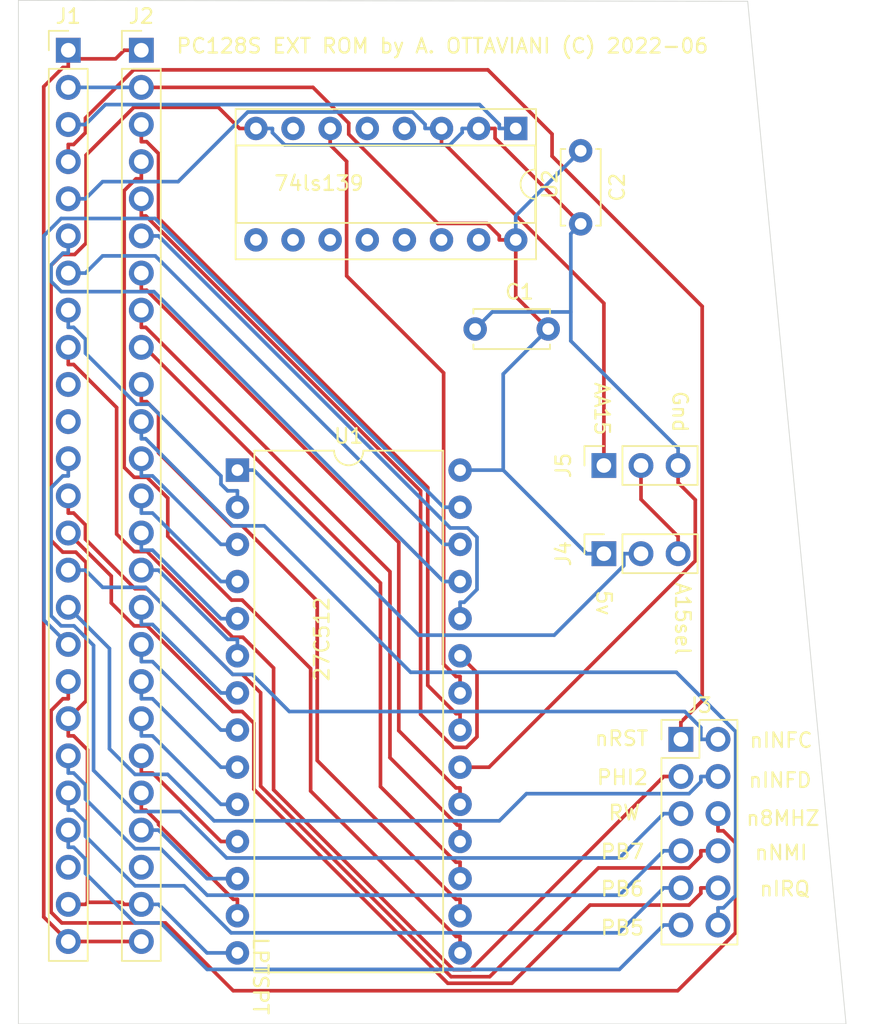
<source format=kicad_pcb>
(kicad_pcb (version 20171130) (host pcbnew "(5.1.5)-3")

  (general
    (thickness 1.6)
    (drawings 23)
    (tracks 407)
    (zones 0)
    (modules 9)
    (nets 44)
  )

  (page A4)
  (layers
    (0 F.Cu signal)
    (31 B.Cu signal)
    (32 B.Adhes user)
    (33 F.Adhes user)
    (34 B.Paste user)
    (35 F.Paste user)
    (36 B.SilkS user)
    (37 F.SilkS user)
    (38 B.Mask user)
    (39 F.Mask user)
    (40 Dwgs.User user)
    (41 Cmts.User user)
    (42 Eco1.User user)
    (43 Eco2.User user)
    (44 Edge.Cuts user)
    (45 Margin user)
    (46 B.CrtYd user)
    (47 F.CrtYd user)
    (48 B.Fab user)
    (49 F.Fab user)
  )

  (setup
    (last_trace_width 0.25)
    (trace_clearance 0.2)
    (zone_clearance 0.508)
    (zone_45_only no)
    (trace_min 0.2)
    (via_size 0.8)
    (via_drill 0.4)
    (via_min_size 0.4)
    (via_min_drill 0.3)
    (uvia_size 0.3)
    (uvia_drill 0.1)
    (uvias_allowed no)
    (uvia_min_size 0.2)
    (uvia_min_drill 0.1)
    (edge_width 0.05)
    (segment_width 0.2)
    (pcb_text_width 0.3)
    (pcb_text_size 1.5 1.5)
    (mod_edge_width 0.12)
    (mod_text_size 1 1)
    (mod_text_width 0.15)
    (pad_size 1.7 1.7)
    (pad_drill 1)
    (pad_to_mask_clearance 0.051)
    (solder_mask_min_width 0.25)
    (aux_axis_origin 0 0)
    (visible_elements 7FFFFFFF)
    (pcbplotparams
      (layerselection 0x010fc_ffffffff)
      (usegerberextensions false)
      (usegerberattributes false)
      (usegerberadvancedattributes false)
      (creategerberjobfile false)
      (excludeedgelayer true)
      (linewidth 0.100000)
      (plotframeref false)
      (viasonmask false)
      (mode 1)
      (useauxorigin false)
      (hpglpennumber 1)
      (hpglpenspeed 20)
      (hpglpendiameter 15.000000)
      (psnegative false)
      (psa4output false)
      (plotreference true)
      (plotvalue true)
      (plotinvisibletext false)
      (padsonsilk false)
      (subtractmaskfromsilk false)
      (outputformat 1)
      (mirror false)
      (drillshape 0)
      (scaleselection 1)
      (outputdirectory "./gerber"))
  )

  (net 0 "")
  (net 1 GND)
  (net 2 +5V)
  (net 3 AA14)
  (net 4 D2)
  (net 5 A13)
  (net 6 D1)
  (net 7 A8)
  (net 8 D0)
  (net 9 A9)
  (net 10 A0)
  (net 11 A11)
  (net 12 A1)
  (net 13 A2)
  (net 14 A10)
  (net 15 A3)
  (net 16 A4)
  (net 17 D7)
  (net 18 A5)
  (net 19 D6)
  (net 20 A6)
  (net 21 D5)
  (net 22 A7)
  (net 23 D4)
  (net 24 A12)
  (net 25 D3)
  (net 26 AA15)
  (net 27 ScreenGND)
  (net 28 PB6)
  (net 29 PB7)
  (net 30 n8MHZ)
  (net 31 nINFD)
  (net 32 nINFC)
  (net 33 nNMI)
  (net 34 RW)
  (net 35 PHI2)
  (net 36 nRST)
  (net 37 AT13)
  (net 38 PB5)
  (net 39 nIRQ)
  (net 40 LPTSTP)
  (net 41 OE)
  (net 42 A15Sel)
  (net 43 A15)

  (net_class Default "Questo è il gruppo di collegamenti predefinito"
    (clearance 0.2)
    (trace_width 0.25)
    (via_dia 0.8)
    (via_drill 0.4)
    (uvia_dia 0.3)
    (uvia_drill 0.1)
    (add_net +5V)
    (add_net A0)
    (add_net A1)
    (add_net A10)
    (add_net A11)
    (add_net A12)
    (add_net A13)
    (add_net A15)
    (add_net A15Sel)
    (add_net A2)
    (add_net A3)
    (add_net A4)
    (add_net A5)
    (add_net A6)
    (add_net A7)
    (add_net A8)
    (add_net A9)
    (add_net AA14)
    (add_net AA15)
    (add_net AT13)
    (add_net D0)
    (add_net D1)
    (add_net D2)
    (add_net D3)
    (add_net D4)
    (add_net D5)
    (add_net D6)
    (add_net D7)
    (add_net GND)
    (add_net LPTSTP)
    (add_net OE)
    (add_net PB5)
    (add_net PB6)
    (add_net PB7)
    (add_net PHI2)
    (add_net RW)
    (add_net ScreenGND)
    (add_net n8MHZ)
    (add_net nINFC)
    (add_net nINFD)
    (add_net nIRQ)
    (add_net nNMI)
    (add_net nRST)
  )

  (module Connector_PinHeader_2.54mm:PinHeader_1x25_P2.54mm_Vertical (layer F.Cu) (tedit 59FED5CC) (tstamp 62A8F66C)
    (at 149 67.6745)
    (descr "Through hole straight pin header, 1x25, 2.54mm pitch, single row")
    (tags "Through hole pin header THT 1x25 2.54mm single row")
    (path /62A9F6B4)
    (fp_text reference J2 (at 0 -2.33) (layer F.SilkS)
      (effects (font (size 1 1) (thickness 0.15)))
    )
    (fp_text value Conn_01x25 (at 0 63.29) (layer F.Fab)
      (effects (font (size 1 1) (thickness 0.15)))
    )
    (fp_text user %R (at 0 30.48 90) (layer F.Fab)
      (effects (font (size 1 1) (thickness 0.15)))
    )
    (fp_line (start 1.8 -1.8) (end -1.8 -1.8) (layer F.CrtYd) (width 0.05))
    (fp_line (start 1.8 62.75) (end 1.8 -1.8) (layer F.CrtYd) (width 0.05))
    (fp_line (start -1.8 62.75) (end 1.8 62.75) (layer F.CrtYd) (width 0.05))
    (fp_line (start -1.8 -1.8) (end -1.8 62.75) (layer F.CrtYd) (width 0.05))
    (fp_line (start -1.33 -1.33) (end 0 -1.33) (layer F.SilkS) (width 0.12))
    (fp_line (start -1.33 0) (end -1.33 -1.33) (layer F.SilkS) (width 0.12))
    (fp_line (start -1.33 1.27) (end 1.33 1.27) (layer F.SilkS) (width 0.12))
    (fp_line (start 1.33 1.27) (end 1.33 62.29) (layer F.SilkS) (width 0.12))
    (fp_line (start -1.33 1.27) (end -1.33 62.29) (layer F.SilkS) (width 0.12))
    (fp_line (start -1.33 62.29) (end 1.33 62.29) (layer F.SilkS) (width 0.12))
    (fp_line (start -1.27 -0.635) (end -0.635 -1.27) (layer F.Fab) (width 0.1))
    (fp_line (start -1.27 62.23) (end -1.27 -0.635) (layer F.Fab) (width 0.1))
    (fp_line (start 1.27 62.23) (end -1.27 62.23) (layer F.Fab) (width 0.1))
    (fp_line (start 1.27 -1.27) (end 1.27 62.23) (layer F.Fab) (width 0.1))
    (fp_line (start -0.635 -1.27) (end 1.27 -1.27) (layer F.Fab) (width 0.1))
    (pad 25 thru_hole oval (at 0 60.96) (size 1.7 1.7) (drill 1) (layers *.Cu *.Mask)
      (net 27 ScreenGND))
    (pad 24 thru_hole oval (at 0 58.42) (size 1.7 1.7) (drill 1) (layers *.Cu *.Mask)
      (net 1 GND))
    (pad 23 thru_hole oval (at 0 55.88) (size 1.7 1.7) (drill 1) (layers *.Cu *.Mask))
    (pad 22 thru_hole oval (at 0 53.34) (size 1.7 1.7) (drill 1) (layers *.Cu *.Mask)
      (net 6 D1))
    (pad 21 thru_hole oval (at 0 50.8) (size 1.7 1.7) (drill 1) (layers *.Cu *.Mask)
      (net 4 D2))
    (pad 20 thru_hole oval (at 0 48.26) (size 1.7 1.7) (drill 1) (layers *.Cu *.Mask)
      (net 8 D0))
    (pad 19 thru_hole oval (at 0 45.72) (size 1.7 1.7) (drill 1) (layers *.Cu *.Mask)
      (net 10 A0))
    (pad 18 thru_hole oval (at 0 43.18) (size 1.7 1.7) (drill 1) (layers *.Cu *.Mask)
      (net 12 A1))
    (pad 17 thru_hole oval (at 0 40.64) (size 1.7 1.7) (drill 1) (layers *.Cu *.Mask)
      (net 13 A2))
    (pad 16 thru_hole oval (at 0 38.1) (size 1.7 1.7) (drill 1) (layers *.Cu *.Mask)
      (net 15 A3))
    (pad 15 thru_hole oval (at 0 35.56) (size 1.7 1.7) (drill 1) (layers *.Cu *.Mask)
      (net 16 A4))
    (pad 14 thru_hole oval (at 0 33.02) (size 1.7 1.7) (drill 1) (layers *.Cu *.Mask)
      (net 18 A5))
    (pad 13 thru_hole oval (at 0 30.48) (size 1.7 1.7) (drill 1) (layers *.Cu *.Mask)
      (net 20 A6))
    (pad 12 thru_hole oval (at 0 27.94) (size 1.7 1.7) (drill 1) (layers *.Cu *.Mask)
      (net 22 A7))
    (pad 11 thru_hole oval (at 0 25.4) (size 1.7 1.7) (drill 1) (layers *.Cu *.Mask)
      (net 40 LPTSTP))
    (pad 10 thru_hole oval (at 0 22.86) (size 1.7 1.7) (drill 1) (layers *.Cu *.Mask)
      (net 23 D4))
    (pad 9 thru_hole oval (at 0 20.32) (size 1.7 1.7) (drill 1) (layers *.Cu *.Mask)
      (net 21 D5))
    (pad 8 thru_hole oval (at 0 17.78) (size 1.7 1.7) (drill 1) (layers *.Cu *.Mask)
      (net 19 D6))
    (pad 7 thru_hole oval (at 0 15.24) (size 1.7 1.7) (drill 1) (layers *.Cu *.Mask)
      (net 17 D7))
    (pad 6 thru_hole oval (at 0 12.7) (size 1.7 1.7) (drill 1) (layers *.Cu *.Mask)
      (net 9 A9))
    (pad 5 thru_hole oval (at 0 10.16) (size 1.7 1.7) (drill 1) (layers *.Cu *.Mask)
      (net 11 A11))
    (pad 4 thru_hole oval (at 0 7.62) (size 1.7 1.7) (drill 1) (layers *.Cu *.Mask)
      (net 25 D3))
    (pad 3 thru_hole oval (at 0 5.08) (size 1.7 1.7) (drill 1) (layers *.Cu *.Mask)
      (net 14 A10))
    (pad 2 thru_hole oval (at 0 2.54) (size 1.7 1.7) (drill 1) (layers *.Cu *.Mask)
      (net 2 +5V))
    (pad 1 thru_hole rect (at 0 0) (size 1.7 1.7) (drill 1) (layers *.Cu *.Mask)
      (net 27 ScreenGND))
    (model ${KISYS3DMOD}/Connector_PinHeader_2.54mm.3dshapes/PinHeader_1x25_P2.54mm_Vertical.wrl
      (at (xyz 0 0 0))
      (scale (xyz 1 1 1))
      (rotate (xyz 0 0 0))
    )
  )

  (module Connector_PinHeader_2.54mm:PinHeader_1x25_P2.54mm_Vertical (layer F.Cu) (tedit 59FED5CC) (tstamp 62A8F11A)
    (at 144 67.6745)
    (descr "Through hole straight pin header, 1x25, 2.54mm pitch, single row")
    (tags "Through hole pin header THT 1x25 2.54mm single row")
    (path /62A910EB)
    (fp_text reference J1 (at 0 -2.33) (layer F.SilkS)
      (effects (font (size 1 1) (thickness 0.15)))
    )
    (fp_text value Conn_01x25 (at 0 63.29) (layer F.Fab)
      (effects (font (size 1 1) (thickness 0.15)))
    )
    (fp_text user %R (at 0 30.48 90) (layer F.Fab)
      (effects (font (size 1 1) (thickness 0.15)))
    )
    (fp_line (start 1.8 -1.8) (end -1.8 -1.8) (layer F.CrtYd) (width 0.05))
    (fp_line (start 1.8 62.75) (end 1.8 -1.8) (layer F.CrtYd) (width 0.05))
    (fp_line (start -1.8 62.75) (end 1.8 62.75) (layer F.CrtYd) (width 0.05))
    (fp_line (start -1.8 -1.8) (end -1.8 62.75) (layer F.CrtYd) (width 0.05))
    (fp_line (start -1.33 -1.33) (end 0 -1.33) (layer F.SilkS) (width 0.12))
    (fp_line (start -1.33 0) (end -1.33 -1.33) (layer F.SilkS) (width 0.12))
    (fp_line (start -1.33 1.27) (end 1.33 1.27) (layer F.SilkS) (width 0.12))
    (fp_line (start 1.33 1.27) (end 1.33 62.29) (layer F.SilkS) (width 0.12))
    (fp_line (start -1.33 1.27) (end -1.33 62.29) (layer F.SilkS) (width 0.12))
    (fp_line (start -1.33 62.29) (end 1.33 62.29) (layer F.SilkS) (width 0.12))
    (fp_line (start -1.27 -0.635) (end -0.635 -1.27) (layer F.Fab) (width 0.1))
    (fp_line (start -1.27 62.23) (end -1.27 -0.635) (layer F.Fab) (width 0.1))
    (fp_line (start 1.27 62.23) (end -1.27 62.23) (layer F.Fab) (width 0.1))
    (fp_line (start 1.27 -1.27) (end 1.27 62.23) (layer F.Fab) (width 0.1))
    (fp_line (start -0.635 -1.27) (end 1.27 -1.27) (layer F.Fab) (width 0.1))
    (pad 25 thru_hole oval (at 0 60.96) (size 1.7 1.7) (drill 1) (layers *.Cu *.Mask)
      (net 27 ScreenGND))
    (pad 24 thru_hole oval (at 0 58.42) (size 1.7 1.7) (drill 1) (layers *.Cu *.Mask)
      (net 1 GND))
    (pad 23 thru_hole oval (at 0 55.88) (size 1.7 1.7) (drill 1) (layers *.Cu *.Mask))
    (pad 22 thru_hole oval (at 0 53.34) (size 1.7 1.7) (drill 1) (layers *.Cu *.Mask)
      (net 38 PB5))
    (pad 21 thru_hole oval (at 0 50.8) (size 1.7 1.7) (drill 1) (layers *.Cu *.Mask)
      (net 28 PB6))
    (pad 20 thru_hole oval (at 0 48.26) (size 1.7 1.7) (drill 1) (layers *.Cu *.Mask)
      (net 29 PB7))
    (pad 19 thru_hole oval (at 0 45.72) (size 1.7 1.7) (drill 1) (layers *.Cu *.Mask)
      (net 1 GND))
    (pad 18 thru_hole oval (at 0 43.18) (size 1.7 1.7) (drill 1) (layers *.Cu *.Mask)
      (net 30 n8MHZ))
    (pad 17 thru_hole oval (at 0 40.64) (size 1.7 1.7) (drill 1) (layers *.Cu *.Mask)
      (net 3 AA14))
    (pad 16 thru_hole oval (at 0 38.1) (size 1.7 1.7) (drill 1) (layers *.Cu *.Mask)
      (net 31 nINFD))
    (pad 15 thru_hole oval (at 0 35.56) (size 1.7 1.7) (drill 1) (layers *.Cu *.Mask)
      (net 32 nINFC))
    (pad 14 thru_hole oval (at 0 33.02) (size 1.7 1.7) (drill 1) (layers *.Cu *.Mask)
      (net 39 nIRQ))
    (pad 13 thru_hole oval (at 0 30.48) (size 1.7 1.7) (drill 1) (layers *.Cu *.Mask)
      (net 33 nNMI))
    (pad 12 thru_hole oval (at 0 27.94) (size 1.7 1.7) (drill 1) (layers *.Cu *.Mask)
      (net 34 RW))
    (pad 11 thru_hole oval (at 0 25.4) (size 1.7 1.7) (drill 1) (layers *.Cu *.Mask))
    (pad 10 thru_hole oval (at 0 22.86) (size 1.7 1.7) (drill 1) (layers *.Cu *.Mask))
    (pad 9 thru_hole oval (at 0 20.32) (size 1.7 1.7) (drill 1) (layers *.Cu *.Mask)
      (net 35 PHI2))
    (pad 8 thru_hole oval (at 0 17.78) (size 1.7 1.7) (drill 1) (layers *.Cu *.Mask)
      (net 24 A12))
    (pad 7 thru_hole oval (at 0 15.24) (size 1.7 1.7) (drill 1) (layers *.Cu *.Mask)
      (net 5 A13))
    (pad 6 thru_hole oval (at 0 12.7) (size 1.7 1.7) (drill 1) (layers *.Cu *.Mask)
      (net 7 A8))
    (pad 5 thru_hole oval (at 0 10.16) (size 1.7 1.7) (drill 1) (layers *.Cu *.Mask)
      (net 26 AA15))
    (pad 4 thru_hole oval (at 0 7.62) (size 1.7 1.7) (drill 1) (layers *.Cu *.Mask)
      (net 36 nRST))
    (pad 3 thru_hole oval (at 0 5.08) (size 1.7 1.7) (drill 1) (layers *.Cu *.Mask)
      (net 37 AT13))
    (pad 2 thru_hole oval (at 0 2.54) (size 1.7 1.7) (drill 1) (layers *.Cu *.Mask)
      (net 2 +5V))
    (pad 1 thru_hole rect (at 0 0) (size 1.7 1.7) (drill 1) (layers *.Cu *.Mask)
      (net 27 ScreenGND))
    (model ${KISYS3DMOD}/Connector_PinHeader_2.54mm.3dshapes/PinHeader_1x25_P2.54mm_Vertical.wrl
      (at (xyz 0 0 0))
      (scale (xyz 1 1 1))
      (rotate (xyz 0 0 0))
    )
  )

  (module Capacitor_THT:C_Disc_D5.0mm_W2.5mm_P5.00mm (layer F.Cu) (tedit 5AE50EF0) (tstamp 6293A906)
    (at 179.07 74.549 270)
    (descr "C, Disc series, Radial, pin pitch=5.00mm, , diameter*width=5*2.5mm^2, Capacitor, http://cdn-reichelt.de/documents/datenblatt/B300/DS_KERKO_TC.pdf")
    (tags "C Disc series Radial pin pitch 5.00mm  diameter 5mm width 2.5mm Capacitor")
    (path /6295C54D)
    (fp_text reference C2 (at 2.5 -2.5 90) (layer F.SilkS)
      (effects (font (size 1 1) (thickness 0.15)))
    )
    (fp_text value 100n (at 2.5 2.5 90) (layer F.Fab)
      (effects (font (size 1 1) (thickness 0.15)))
    )
    (fp_text user %R (at 2.5 0 90) (layer F.Fab)
      (effects (font (size 1 1) (thickness 0.15)))
    )
    (fp_line (start 6.05 -1.5) (end -1.05 -1.5) (layer F.CrtYd) (width 0.05))
    (fp_line (start 6.05 1.5) (end 6.05 -1.5) (layer F.CrtYd) (width 0.05))
    (fp_line (start -1.05 1.5) (end 6.05 1.5) (layer F.CrtYd) (width 0.05))
    (fp_line (start -1.05 -1.5) (end -1.05 1.5) (layer F.CrtYd) (width 0.05))
    (fp_line (start 5.12 1.055) (end 5.12 1.37) (layer F.SilkS) (width 0.12))
    (fp_line (start 5.12 -1.37) (end 5.12 -1.055) (layer F.SilkS) (width 0.12))
    (fp_line (start -0.12 1.055) (end -0.12 1.37) (layer F.SilkS) (width 0.12))
    (fp_line (start -0.12 -1.37) (end -0.12 -1.055) (layer F.SilkS) (width 0.12))
    (fp_line (start -0.12 1.37) (end 5.12 1.37) (layer F.SilkS) (width 0.12))
    (fp_line (start -0.12 -1.37) (end 5.12 -1.37) (layer F.SilkS) (width 0.12))
    (fp_line (start 5 -1.25) (end 0 -1.25) (layer F.Fab) (width 0.1))
    (fp_line (start 5 1.25) (end 5 -1.25) (layer F.Fab) (width 0.1))
    (fp_line (start 0 1.25) (end 5 1.25) (layer F.Fab) (width 0.1))
    (fp_line (start 0 -1.25) (end 0 1.25) (layer F.Fab) (width 0.1))
    (pad 2 thru_hole circle (at 5 0 270) (size 1.6 1.6) (drill 0.8) (layers *.Cu *.Mask)
      (net 1 GND))
    (pad 1 thru_hole circle (at 0 0 270) (size 1.6 1.6) (drill 0.8) (layers *.Cu *.Mask)
      (net 2 +5V))
    (model ${KISYS3DMOD}/Capacitor_THT.3dshapes/C_Disc_D5.0mm_W2.5mm_P5.00mm.wrl
      (at (xyz 0 0 0))
      (scale (xyz 1 1 1))
      (rotate (xyz 0 0 0))
    )
  )

  (module Connector_PinSocket_2.54mm:PinSocket_1x03_P2.54mm_Vertical (layer F.Cu) (tedit 62938EA3) (tstamp 6293A003)
    (at 180.658 96.0755 90)
    (descr "Through hole straight socket strip, 1x03, 2.54mm pitch, single row (from Kicad 4.0.7), script generated")
    (tags "Through hole socket strip THT 1x03 2.54mm single row")
    (path /6295241C)
    (fp_text reference J5 (at 0 -2.77 90) (layer F.SilkS)
      (effects (font (size 1 1) (thickness 0.15)))
    )
    (fp_text value Conn_01x03_Male (at 0 7.85 90) (layer F.Fab)
      (effects (font (size 1 1) (thickness 0.15)))
    )
    (fp_text user %R (at 2.54 2.413) (layer F.Fab)
      (effects (font (size 1 1) (thickness 0.15)))
    )
    (fp_line (start -1.8 6.85) (end -1.8 -1.8) (layer F.CrtYd) (width 0.05))
    (fp_line (start 1.75 6.85) (end -1.8 6.85) (layer F.CrtYd) (width 0.05))
    (fp_line (start 1.75 -1.8) (end 1.75 6.85) (layer F.CrtYd) (width 0.05))
    (fp_line (start -1.8 -1.8) (end 1.75 -1.8) (layer F.CrtYd) (width 0.05))
    (fp_line (start 0 -1.33) (end 1.33 -1.33) (layer F.SilkS) (width 0.12))
    (fp_line (start 1.33 -1.33) (end 1.33 0) (layer F.SilkS) (width 0.12))
    (fp_line (start 1.33 1.27) (end 1.33 6.41) (layer F.SilkS) (width 0.12))
    (fp_line (start -1.33 6.41) (end 1.33 6.41) (layer F.SilkS) (width 0.12))
    (fp_line (start -1.33 1.27) (end -1.33 6.41) (layer F.SilkS) (width 0.12))
    (fp_line (start -1.33 1.27) (end 1.33 1.27) (layer F.SilkS) (width 0.12))
    (fp_line (start -1.27 6.35) (end -1.27 -1.27) (layer F.Fab) (width 0.1))
    (fp_line (start 1.27 6.35) (end -1.27 6.35) (layer F.Fab) (width 0.1))
    (fp_line (start 1.27 -0.635) (end 1.27 6.35) (layer F.Fab) (width 0.1))
    (fp_line (start 0.635 -1.27) (end 1.27 -0.635) (layer F.Fab) (width 0.1))
    (fp_line (start -1.27 -1.27) (end 0.635 -1.27) (layer F.Fab) (width 0.1))
    (pad 3 thru_hole oval (at 0 5.08 90) (size 1.7 1.7) (drill 1) (layers *.Cu *.Mask)
      (net 1 GND))
    (pad 2 thru_hole oval (at 0 2.54 90) (size 1.7 1.7) (drill 1) (layers *.Cu *.Mask)
      (net 42 A15Sel))
    (pad 1 thru_hole rect (at 0 0 90) (size 1.7 1.7) (drill 1) (layers *.Cu *.Mask)
      (net 26 AA15))
    (model ${KISYS3DMOD}/Connector_PinSocket_2.54mm.3dshapes/PinSocket_1x03_P2.54mm_Vertical.wrl
      (at (xyz 0 0 0))
      (scale (xyz 1 1 1))
      (rotate (xyz 0 0 0))
    )
  )

  (module Connector_PinSocket_2.54mm:PinSocket_1x03_P2.54mm_Vertical (layer F.Cu) (tedit 62938E67) (tstamp 62939FC1)
    (at 180.658 102.108 90)
    (descr "Through hole straight socket strip, 1x03, 2.54mm pitch, single row (from Kicad 4.0.7), script generated")
    (tags "Through hole socket strip THT 1x03 2.54mm single row")
    (path /6294D790)
    (fp_text reference J4 (at 0 -2.77 90) (layer F.SilkS)
      (effects (font (size 1 1) (thickness 0.15)))
    )
    (fp_text value Conn_01x03_Male (at 0 7.85 90) (layer F.Fab)
      (effects (font (size 1 1) (thickness 0.15)))
    )
    (fp_text user %R (at -2.8575 2.6035) (layer F.Fab)
      (effects (font (size 1 1) (thickness 0.15)))
    )
    (fp_line (start -1.8 6.85) (end -1.8 -1.8) (layer F.CrtYd) (width 0.05))
    (fp_line (start 1.75 6.85) (end -1.8 6.85) (layer F.CrtYd) (width 0.05))
    (fp_line (start 1.75 -1.8) (end 1.75 6.85) (layer F.CrtYd) (width 0.05))
    (fp_line (start -1.8 -1.8) (end 1.75 -1.8) (layer F.CrtYd) (width 0.05))
    (fp_line (start 0 -1.33) (end 1.33 -1.33) (layer F.SilkS) (width 0.12))
    (fp_line (start 1.33 -1.33) (end 1.33 0) (layer F.SilkS) (width 0.12))
    (fp_line (start 1.33 1.27) (end 1.33 6.41) (layer F.SilkS) (width 0.12))
    (fp_line (start -1.33 6.41) (end 1.33 6.41) (layer F.SilkS) (width 0.12))
    (fp_line (start -1.33 1.27) (end -1.33 6.41) (layer F.SilkS) (width 0.12))
    (fp_line (start -1.33 1.27) (end 1.33 1.27) (layer F.SilkS) (width 0.12))
    (fp_line (start -1.27 6.35) (end -1.27 -1.27) (layer F.Fab) (width 0.1))
    (fp_line (start 1.27 6.35) (end -1.27 6.35) (layer F.Fab) (width 0.1))
    (fp_line (start 1.27 -0.635) (end 1.27 6.35) (layer F.Fab) (width 0.1))
    (fp_line (start 0.635 -1.27) (end 1.27 -0.635) (layer F.Fab) (width 0.1))
    (fp_line (start -1.27 -1.27) (end 0.635 -1.27) (layer F.Fab) (width 0.1))
    (pad 3 thru_hole oval (at 0 5.08 90) (size 1.7 1.7) (drill 1) (layers *.Cu *.Mask)
      (net 42 A15Sel))
    (pad 2 thru_hole oval (at 0 2.54 90) (size 1.7 1.7) (drill 1) (layers *.Cu *.Mask)
      (net 43 A15))
    (pad 1 thru_hole rect (at 0 0 90) (size 1.7 1.7) (drill 1) (layers *.Cu *.Mask)
      (net 2 +5V))
    (model ${KISYS3DMOD}/Connector_PinSocket_2.54mm.3dshapes/PinSocket_1x03_P2.54mm_Vertical.wrl
      (at (xyz 0 0 0))
      (scale (xyz 1 1 1))
      (rotate (xyz 0 0 0))
    )
  )

  (module Package_DIP:DIP-16_W7.62mm_Socket (layer F.Cu) (tedit 5A02E8C5) (tstamp 62938D03)
    (at 174.625 73.025 270)
    (descr "16-lead though-hole mounted DIP package, row spacing 7.62 mm (300 mils), Socket")
    (tags "THT DIP DIL PDIP 2.54mm 7.62mm 300mil Socket")
    (path /6293A994)
    (fp_text reference U2 (at 3.81 -2.33 90) (layer F.SilkS)
      (effects (font (size 1 1) (thickness 0.15)))
    )
    (fp_text value 74LS139 (at 3.81 20.11 90) (layer F.Fab)
      (effects (font (size 1 1) (thickness 0.15)))
    )
    (fp_text user %R (at 3.81 8.89 90) (layer F.Fab)
      (effects (font (size 1 1) (thickness 0.15)))
    )
    (fp_line (start 9.15 -1.6) (end -1.55 -1.6) (layer F.CrtYd) (width 0.05))
    (fp_line (start 9.15 19.4) (end 9.15 -1.6) (layer F.CrtYd) (width 0.05))
    (fp_line (start -1.55 19.4) (end 9.15 19.4) (layer F.CrtYd) (width 0.05))
    (fp_line (start -1.55 -1.6) (end -1.55 19.4) (layer F.CrtYd) (width 0.05))
    (fp_line (start 8.95 -1.39) (end -1.33 -1.39) (layer F.SilkS) (width 0.12))
    (fp_line (start 8.95 19.17) (end 8.95 -1.39) (layer F.SilkS) (width 0.12))
    (fp_line (start -1.33 19.17) (end 8.95 19.17) (layer F.SilkS) (width 0.12))
    (fp_line (start -1.33 -1.39) (end -1.33 19.17) (layer F.SilkS) (width 0.12))
    (fp_line (start 6.46 -1.33) (end 4.81 -1.33) (layer F.SilkS) (width 0.12))
    (fp_line (start 6.46 19.11) (end 6.46 -1.33) (layer F.SilkS) (width 0.12))
    (fp_line (start 1.16 19.11) (end 6.46 19.11) (layer F.SilkS) (width 0.12))
    (fp_line (start 1.16 -1.33) (end 1.16 19.11) (layer F.SilkS) (width 0.12))
    (fp_line (start 2.81 -1.33) (end 1.16 -1.33) (layer F.SilkS) (width 0.12))
    (fp_line (start 8.89 -1.33) (end -1.27 -1.33) (layer F.Fab) (width 0.1))
    (fp_line (start 8.89 19.11) (end 8.89 -1.33) (layer F.Fab) (width 0.1))
    (fp_line (start -1.27 19.11) (end 8.89 19.11) (layer F.Fab) (width 0.1))
    (fp_line (start -1.27 -1.33) (end -1.27 19.11) (layer F.Fab) (width 0.1))
    (fp_line (start 0.635 -0.27) (end 1.635 -1.27) (layer F.Fab) (width 0.1))
    (fp_line (start 0.635 19.05) (end 0.635 -0.27) (layer F.Fab) (width 0.1))
    (fp_line (start 6.985 19.05) (end 0.635 19.05) (layer F.Fab) (width 0.1))
    (fp_line (start 6.985 -1.27) (end 6.985 19.05) (layer F.Fab) (width 0.1))
    (fp_line (start 1.635 -1.27) (end 6.985 -1.27) (layer F.Fab) (width 0.1))
    (fp_arc (start 3.81 -1.33) (end 2.81 -1.33) (angle -180) (layer F.SilkS) (width 0.12))
    (pad 16 thru_hole oval (at 7.62 0 270) (size 1.6 1.6) (drill 0.8) (layers *.Cu *.Mask)
      (net 2 +5V))
    (pad 8 thru_hole oval (at 0 17.78 270) (size 1.6 1.6) (drill 0.8) (layers *.Cu *.Mask)
      (net 1 GND))
    (pad 15 thru_hole oval (at 7.62 2.54 270) (size 1.6 1.6) (drill 0.8) (layers *.Cu *.Mask))
    (pad 7 thru_hole oval (at 0 15.24 270) (size 1.6 1.6) (drill 0.8) (layers *.Cu *.Mask))
    (pad 14 thru_hole oval (at 7.62 5.08 270) (size 1.6 1.6) (drill 0.8) (layers *.Cu *.Mask))
    (pad 6 thru_hole oval (at 0 12.7 270) (size 1.6 1.6) (drill 0.8) (layers *.Cu *.Mask)
      (net 41 OE))
    (pad 13 thru_hole oval (at 7.62 7.62 270) (size 1.6 1.6) (drill 0.8) (layers *.Cu *.Mask))
    (pad 5 thru_hole oval (at 0 10.16 270) (size 1.6 1.6) (drill 0.8) (layers *.Cu *.Mask))
    (pad 12 thru_hole oval (at 7.62 10.16 270) (size 1.6 1.6) (drill 0.8) (layers *.Cu *.Mask))
    (pad 4 thru_hole oval (at 0 7.62 270) (size 1.6 1.6) (drill 0.8) (layers *.Cu *.Mask))
    (pad 11 thru_hole oval (at 7.62 12.7 270) (size 1.6 1.6) (drill 0.8) (layers *.Cu *.Mask))
    (pad 3 thru_hole oval (at 0 5.08 270) (size 1.6 1.6) (drill 0.8) (layers *.Cu *.Mask)
      (net 26 AA15))
    (pad 10 thru_hole oval (at 7.62 15.24 270) (size 1.6 1.6) (drill 0.8) (layers *.Cu *.Mask))
    (pad 2 thru_hole oval (at 0 2.54 270) (size 1.6 1.6) (drill 0.8) (layers *.Cu *.Mask)
      (net 1 GND))
    (pad 9 thru_hole oval (at 7.62 17.78 270) (size 1.6 1.6) (drill 0.8) (layers *.Cu *.Mask))
    (pad 1 thru_hole rect (at 0 0 270) (size 1.6 1.6) (drill 0.8) (layers *.Cu *.Mask)
      (net 37 AT13))
    (model ${KISYS3DMOD}/Package_DIP.3dshapes/DIP-16_W7.62mm_Socket.wrl
      (at (xyz 0 0 0))
      (scale (xyz 1 1 1))
      (rotate (xyz 0 0 0))
    )
  )

  (module Connector_PinHeader_2.54mm:PinHeader_2x06_P2.54mm_Vertical (layer F.Cu) (tedit 6293575E) (tstamp 62938A75)
    (at 185.928 114.808)
    (descr "Through hole straight pin header, 2x06, 2.54mm pitch, double rows")
    (tags "Through hole pin header THT 2x06 2.54mm double row")
    (path /6296B5A0)
    (fp_text reference J3 (at 1.27 -2.33) (layer F.SilkS)
      (effects (font (size 1 1) (thickness 0.15)))
    )
    (fp_text value Conn_02x05_Counter_Clockwise (at 1.27 15.03) (layer F.Fab)
      (effects (font (size 1 1) (thickness 0.15)))
    )
    (fp_text user %R (at 1.27 6.35 -270) (layer F.Fab)
      (effects (font (size 1 1) (thickness 0.15)))
    )
    (fp_line (start 4.35 -1.8) (end -1.8 -1.8) (layer F.CrtYd) (width 0.05))
    (fp_line (start 4.35 14.5) (end 4.35 -1.8) (layer F.CrtYd) (width 0.05))
    (fp_line (start -1.8 14.5) (end 4.35 14.5) (layer F.CrtYd) (width 0.05))
    (fp_line (start -1.8 -1.8) (end -1.8 14.5) (layer F.CrtYd) (width 0.05))
    (fp_line (start -1.33 -1.33) (end 0 -1.33) (layer F.SilkS) (width 0.12))
    (fp_line (start -1.33 0) (end -1.33 -1.33) (layer F.SilkS) (width 0.12))
    (fp_line (start 1.27 -1.33) (end 3.87 -1.33) (layer F.SilkS) (width 0.12))
    (fp_line (start 1.27 1.27) (end 1.27 -1.33) (layer F.SilkS) (width 0.12))
    (fp_line (start -1.33 1.27) (end 1.27 1.27) (layer F.SilkS) (width 0.12))
    (fp_line (start 3.87 -1.33) (end 3.87 14.03) (layer F.SilkS) (width 0.12))
    (fp_line (start -1.33 1.27) (end -1.33 14.03) (layer F.SilkS) (width 0.12))
    (fp_line (start -1.33 14.03) (end 3.87 14.03) (layer F.SilkS) (width 0.12))
    (fp_line (start -1.27 0) (end 0 -1.27) (layer F.Fab) (width 0.1))
    (fp_line (start -1.27 13.97) (end -1.27 0) (layer F.Fab) (width 0.1))
    (fp_line (start 3.81 13.97) (end -1.27 13.97) (layer F.Fab) (width 0.1))
    (fp_line (start 3.81 -1.27) (end 3.81 13.97) (layer F.Fab) (width 0.1))
    (fp_line (start 0 -1.27) (end 3.81 -1.27) (layer F.Fab) (width 0.1))
    (pad 12 thru_hole oval (at 2.54 12.7) (size 1.7 1.7) (drill 1) (layers *.Cu *.Mask)
      (net 40 LPTSTP))
    (pad 11 thru_hole oval (at 0 12.7) (size 1.7 1.7) (drill 1) (layers *.Cu *.Mask)
      (net 38 PB5))
    (pad 10 thru_hole oval (at 2.54 10.16) (size 1.7 1.7) (drill 1) (layers *.Cu *.Mask)
      (net 39 nIRQ))
    (pad 9 thru_hole oval (at 0 10.16) (size 1.7 1.7) (drill 1) (layers *.Cu *.Mask)
      (net 28 PB6))
    (pad 8 thru_hole oval (at 2.54 7.62) (size 1.7 1.7) (drill 1) (layers *.Cu *.Mask)
      (net 33 nNMI))
    (pad 7 thru_hole oval (at 0 7.62) (size 1.7 1.7) (drill 1) (layers *.Cu *.Mask)
      (net 29 PB7))
    (pad 6 thru_hole oval (at 2.54 5.08) (size 1.7 1.7) (drill 1) (layers *.Cu *.Mask)
      (net 30 n8MHZ))
    (pad 5 thru_hole oval (at 0 5.08) (size 1.7 1.7) (drill 1) (layers *.Cu *.Mask)
      (net 34 RW))
    (pad 4 thru_hole oval (at 2.54 2.54) (size 1.7 1.7) (drill 1) (layers *.Cu *.Mask)
      (net 31 nINFD))
    (pad 3 thru_hole oval (at 0 2.54) (size 1.7 1.7) (drill 1) (layers *.Cu *.Mask)
      (net 35 PHI2))
    (pad 2 thru_hole oval (at 2.54 0) (size 1.7 1.7) (drill 1) (layers *.Cu *.Mask)
      (net 32 nINFC))
    (pad 1 thru_hole rect (at 0 0) (size 1.7 1.7) (drill 1) (layers *.Cu *.Mask F.Adhes)
      (net 36 nRST))
    (model ${KISYS3DMOD}/Connector_PinHeader_2.54mm.3dshapes/PinHeader_2x06_P2.54mm_Vertical.wrl
      (at (xyz 0 0 0))
      (scale (xyz 1 1 1))
      (rotate (xyz 0 0 0))
    )
  )

  (module Capacitor_THT:C_Disc_D5.0mm_W2.5mm_P5.00mm (layer F.Cu) (tedit 5AE50EF0) (tstamp 62934225)
    (at 176.848 86.741 180)
    (descr "C, Disc series, Radial, pin pitch=5.00mm, , diameter*width=5*2.5mm^2, Capacitor, http://cdn-reichelt.de/documents/datenblatt/B300/DS_KERKO_TC.pdf")
    (tags "C Disc series Radial pin pitch 5.00mm  diameter 5mm width 2.5mm Capacitor")
    (path /62943673)
    (fp_text reference C1 (at 1.9685 2.54) (layer F.SilkS)
      (effects (font (size 1 1) (thickness 0.15)))
    )
    (fp_text value 100n (at 6.604 2.8575) (layer F.Fab)
      (effects (font (size 1 1) (thickness 0.15)))
    )
    (fp_text user %R (at 2.5 0) (layer F.Fab)
      (effects (font (size 1 1) (thickness 0.15)))
    )
    (fp_line (start 6.05 -1.5) (end -1.05 -1.5) (layer F.CrtYd) (width 0.05))
    (fp_line (start 6.05 1.5) (end 6.05 -1.5) (layer F.CrtYd) (width 0.05))
    (fp_line (start -1.05 1.5) (end 6.05 1.5) (layer F.CrtYd) (width 0.05))
    (fp_line (start -1.05 -1.5) (end -1.05 1.5) (layer F.CrtYd) (width 0.05))
    (fp_line (start 5.12 1.055) (end 5.12 1.37) (layer F.SilkS) (width 0.12))
    (fp_line (start 5.12 -1.37) (end 5.12 -1.055) (layer F.SilkS) (width 0.12))
    (fp_line (start -0.12 1.055) (end -0.12 1.37) (layer F.SilkS) (width 0.12))
    (fp_line (start -0.12 -1.37) (end -0.12 -1.055) (layer F.SilkS) (width 0.12))
    (fp_line (start -0.12 1.37) (end 5.12 1.37) (layer F.SilkS) (width 0.12))
    (fp_line (start -0.12 -1.37) (end 5.12 -1.37) (layer F.SilkS) (width 0.12))
    (fp_line (start 5 -1.25) (end 0 -1.25) (layer F.Fab) (width 0.1))
    (fp_line (start 5 1.25) (end 5 -1.25) (layer F.Fab) (width 0.1))
    (fp_line (start 0 1.25) (end 5 1.25) (layer F.Fab) (width 0.1))
    (fp_line (start 0 -1.25) (end 0 1.25) (layer F.Fab) (width 0.1))
    (pad 2 thru_hole circle (at 5 0 180) (size 1.6 1.6) (drill 0.8) (layers *.Cu *.Mask)
      (net 1 GND))
    (pad 1 thru_hole circle (at 0 0 180) (size 1.6 1.6) (drill 0.8) (layers *.Cu *.Mask)
      (net 2 +5V))
    (model ${KISYS3DMOD}/Capacitor_THT.3dshapes/C_Disc_D5.0mm_W2.5mm_P5.00mm.wrl
      (at (xyz 0 0 0))
      (scale (xyz 1 1 1))
      (rotate (xyz 0 0 0))
    )
  )

  (module Package_DIP:DIP-28_W15.24mm (layer F.Cu) (tedit 5A02E8C5) (tstamp 62A8EF54)
    (at 155.575 96.393)
    (descr "28-lead though-hole mounted DIP package, row spacing 15.24 mm (600 mils)")
    (tags "THT DIP DIL PDIP 2.54mm 15.24mm 600mil")
    (path /6293AD0C)
    (fp_text reference U1 (at 7.62 -2.33) (layer F.SilkS)
      (effects (font (size 1 1) (thickness 0.15)))
    )
    (fp_text value 27C512 (at 7.62 35.35) (layer F.Fab)
      (effects (font (size 1 1) (thickness 0.15)))
    )
    (fp_text user %R (at 7.62 16.51) (layer F.Fab)
      (effects (font (size 1 1) (thickness 0.15)))
    )
    (fp_line (start 16.3 -1.55) (end -1.05 -1.55) (layer F.CrtYd) (width 0.05))
    (fp_line (start 16.3 34.55) (end 16.3 -1.55) (layer F.CrtYd) (width 0.05))
    (fp_line (start -1.05 34.55) (end 16.3 34.55) (layer F.CrtYd) (width 0.05))
    (fp_line (start -1.05 -1.55) (end -1.05 34.55) (layer F.CrtYd) (width 0.05))
    (fp_line (start 14.08 -1.33) (end 8.62 -1.33) (layer F.SilkS) (width 0.12))
    (fp_line (start 14.08 34.35) (end 14.08 -1.33) (layer F.SilkS) (width 0.12))
    (fp_line (start 1.16 34.35) (end 14.08 34.35) (layer F.SilkS) (width 0.12))
    (fp_line (start 1.16 -1.33) (end 1.16 34.35) (layer F.SilkS) (width 0.12))
    (fp_line (start 6.62 -1.33) (end 1.16 -1.33) (layer F.SilkS) (width 0.12))
    (fp_line (start 0.255 -0.27) (end 1.255 -1.27) (layer F.Fab) (width 0.1))
    (fp_line (start 0.255 34.29) (end 0.255 -0.27) (layer F.Fab) (width 0.1))
    (fp_line (start 14.985 34.29) (end 0.255 34.29) (layer F.Fab) (width 0.1))
    (fp_line (start 14.985 -1.27) (end 14.985 34.29) (layer F.Fab) (width 0.1))
    (fp_line (start 1.255 -1.27) (end 14.985 -1.27) (layer F.Fab) (width 0.1))
    (fp_arc (start 7.62 -1.33) (end 6.62 -1.33) (angle -180) (layer F.SilkS) (width 0.12))
    (pad 28 thru_hole oval (at 15.24 0) (size 1.6 1.6) (drill 0.8) (layers *.Cu *.Mask)
      (net 2 +5V))
    (pad 14 thru_hole oval (at 0 33.02) (size 1.6 1.6) (drill 0.8) (layers *.Cu *.Mask)
      (net 1 GND))
    (pad 27 thru_hole oval (at 15.24 2.54) (size 1.6 1.6) (drill 0.8) (layers *.Cu *.Mask)
      (net 3 AA14))
    (pad 13 thru_hole oval (at 0 30.48) (size 1.6 1.6) (drill 0.8) (layers *.Cu *.Mask)
      (net 4 D2))
    (pad 26 thru_hole oval (at 15.24 5.08) (size 1.6 1.6) (drill 0.8) (layers *.Cu *.Mask)
      (net 5 A13))
    (pad 12 thru_hole oval (at 0 27.94) (size 1.6 1.6) (drill 0.8) (layers *.Cu *.Mask)
      (net 6 D1))
    (pad 25 thru_hole oval (at 15.24 7.62) (size 1.6 1.6) (drill 0.8) (layers *.Cu *.Mask)
      (net 7 A8))
    (pad 11 thru_hole oval (at 0 25.4) (size 1.6 1.6) (drill 0.8) (layers *.Cu *.Mask)
      (net 8 D0))
    (pad 24 thru_hole oval (at 15.24 10.16) (size 1.6 1.6) (drill 0.8) (layers *.Cu *.Mask)
      (net 9 A9))
    (pad 10 thru_hole oval (at 0 22.86) (size 1.6 1.6) (drill 0.8) (layers *.Cu *.Mask)
      (net 10 A0))
    (pad 23 thru_hole oval (at 15.24 12.7) (size 1.6 1.6) (drill 0.8) (layers *.Cu *.Mask)
      (net 11 A11))
    (pad 9 thru_hole oval (at 0 20.32) (size 1.6 1.6) (drill 0.8) (layers *.Cu *.Mask)
      (net 12 A1))
    (pad 22 thru_hole oval (at 15.24 15.24) (size 1.6 1.6) (drill 0.8) (layers *.Cu *.Mask)
      (net 41 OE))
    (pad 8 thru_hole oval (at 0 17.78) (size 1.6 1.6) (drill 0.8) (layers *.Cu *.Mask)
      (net 13 A2))
    (pad 21 thru_hole oval (at 15.24 17.78) (size 1.6 1.6) (drill 0.8) (layers *.Cu *.Mask)
      (net 14 A10))
    (pad 7 thru_hole oval (at 0 15.24) (size 1.6 1.6) (drill 0.8) (layers *.Cu *.Mask)
      (net 15 A3))
    (pad 20 thru_hole oval (at 15.24 20.32) (size 1.6 1.6) (drill 0.8) (layers *.Cu *.Mask)
      (net 1 GND))
    (pad 6 thru_hole oval (at 0 12.7) (size 1.6 1.6) (drill 0.8) (layers *.Cu *.Mask)
      (net 16 A4))
    (pad 19 thru_hole oval (at 15.24 22.86) (size 1.6 1.6) (drill 0.8) (layers *.Cu *.Mask)
      (net 17 D7))
    (pad 5 thru_hole oval (at 0 10.16) (size 1.6 1.6) (drill 0.8) (layers *.Cu *.Mask)
      (net 18 A5))
    (pad 18 thru_hole oval (at 15.24 25.4) (size 1.6 1.6) (drill 0.8) (layers *.Cu *.Mask)
      (net 19 D6))
    (pad 4 thru_hole oval (at 0 7.62) (size 1.6 1.6) (drill 0.8) (layers *.Cu *.Mask)
      (net 20 A6))
    (pad 17 thru_hole oval (at 15.24 27.94) (size 1.6 1.6) (drill 0.8) (layers *.Cu *.Mask)
      (net 21 D5))
    (pad 3 thru_hole oval (at 0 5.08) (size 1.6 1.6) (drill 0.8) (layers *.Cu *.Mask)
      (net 22 A7))
    (pad 16 thru_hole oval (at 15.24 30.48) (size 1.6 1.6) (drill 0.8) (layers *.Cu *.Mask)
      (net 23 D4))
    (pad 2 thru_hole oval (at 0 2.54) (size 1.6 1.6) (drill 0.8) (layers *.Cu *.Mask)
      (net 24 A12))
    (pad 15 thru_hole oval (at 15.24 33.02) (size 1.6 1.6) (drill 0.8) (layers *.Cu *.Mask)
      (net 25 D3))
    (pad 1 thru_hole rect (at 0 0) (size 1.6 1.6) (drill 0.8) (layers *.Cu *.Mask)
      (net 43 A15))
    (model ${KISYS3DMOD}/Package_DIP.3dshapes/DIP-28_W15.24mm.wrl
      (at (xyz 0 0 0))
      (scale (xyz 1 1 1))
      (rotate (xyz 0 0 0))
    )
  )

  (gr_text 74ls139 (at 161.163 76.7715) (layer F.SilkS)
    (effects (font (size 1 1) (thickness 0.15)))
  )
  (gr_text AA15 (at 180.5305 92.202 270) (layer F.SilkS) (tstamp 62939F70)
    (effects (font (size 1 1) (thickness 0.15)))
  )
  (gr_text Gnd (at 185.8645 92.3925 270) (layer F.SilkS) (tstamp 62939F6D)
    (effects (font (size 1 1) (thickness 0.15)))
  )
  (gr_text A15sel (at 186.055 106.553 270) (layer F.SilkS) (tstamp 6293A033)
    (effects (font (size 1 1) (thickness 0.15)))
  )
  (gr_text 5v (at 180.6575 105.4735 270) (layer F.SilkS) (tstamp 6293A030)
    (effects (font (size 1 1) (thickness 0.15)))
  )
  (gr_text 27C512 (at 161.3535 107.95 90) (layer F.SilkS)
    (effects (font (size 1 1) (thickness 0.15)))
  )
  (gr_text "PC128S EXT ROM by A. OTTAVIANI (C) 2022-06" (at 169.6085 67.3735) (layer F.SilkS)
    (effects (font (size 1 1) (thickness 0.15)))
  )
  (gr_text LPTSPT (at 157.1625 131.0005 270) (layer F.SilkS) (tstamp 62939AC0)
    (effects (font (size 1 1) (thickness 0.15)))
  )
  (gr_text nIRQ (at 193.04 125.0315) (layer F.SilkS) (tstamp 62939ABE)
    (effects (font (size 1 1) (thickness 0.15)))
  )
  (gr_text nNMI (at 192.786 122.555) (layer F.SilkS) (tstamp 62939B1F)
    (effects (font (size 1 1) (thickness 0.15)))
  )
  (gr_text n8MHZ (at 192.913 120.2055) (layer F.SilkS) (tstamp 62939ABA)
    (effects (font (size 1 1) (thickness 0.15)))
  )
  (gr_text nINFD (at 192.7225 117.602) (layer F.SilkS) (tstamp 62939AB8)
    (effects (font (size 1 1) (thickness 0.15)))
  )
  (gr_text nINFC (at 192.786 114.8715) (layer F.SilkS) (tstamp 62939AB6)
    (effects (font (size 1 1) (thickness 0.15)))
  )
  (gr_text PB5 (at 181.9275 127.6985) (layer F.SilkS) (tstamp 62939AB4)
    (effects (font (size 1 1) (thickness 0.15)))
  )
  (gr_text PB6 (at 181.9275 125.0315) (layer F.SilkS) (tstamp 62939AB2)
    (effects (font (size 1 1) (thickness 0.15)))
  )
  (gr_text PB7 (at 181.9275 122.4915) (layer F.SilkS) (tstamp 62939AB0)
    (effects (font (size 1 1) (thickness 0.15)))
  )
  (gr_text RW (at 182.0545 119.8245) (layer F.SilkS) (tstamp 62939AAD)
    (effects (font (size 1 1) (thickness 0.15)))
  )
  (gr_text PHI2 (at 181.9275 117.4115) (layer F.SilkS) (tstamp 62939AAA)
    (effects (font (size 1 1) (thickness 0.15)))
  )
  (gr_text "nRST\n" (at 181.864 114.7445) (layer F.SilkS)
    (effects (font (size 1 1) (thickness 0.15)))
  )
  (gr_line (start 197.231 134.262) (end 190.5 64.3255) (layer Edge.Cuts) (width 0.05))
  (gr_line (start 140.589 134.262) (end 140.589 64.262) (layer Edge.Cuts) (width 0.05) (tstamp 62933C6F))
  (gr_line (start 197.231 134.262) (end 140.589 134.262) (layer Edge.Cuts) (width 0.05) (tstamp 62934E3E))
  (gr_line (start 140.589 64.262) (end 190.5 64.3255) (layer Edge.Cuts) (width 0.05))

  (segment (start 185.738 96.0755) (end 185.738 97.2508) (width 0.25) (layer F.Cu) (net 1))
  (segment (start 170.815 116.713) (end 172.7987 116.713) (width 0.25) (layer F.Cu) (net 1))
  (segment (start 172.7987 116.713) (end 186.9133 102.5984) (width 0.25) (layer F.Cu) (net 1))
  (segment (start 186.9133 102.5984) (end 186.9133 98.4261) (width 0.25) (layer F.Cu) (net 1))
  (segment (start 186.9133 98.4261) (end 185.738 97.2508) (width 0.25) (layer F.Cu) (net 1))
  (segment (start 155.575 129.413) (end 153.4938 129.413) (width 0.25) (layer B.Cu) (net 1))
  (segment (start 153.4938 129.413) (end 150.1753 126.0945) (width 0.25) (layer B.Cu) (net 1))
  (segment (start 172.085 73.025) (end 173.2103 73.025) (width 0.25) (layer F.Cu) (net 1))
  (segment (start 179.07 79.549) (end 173.2103 73.6893) (width 0.25) (layer F.Cu) (net 1))
  (segment (start 173.2103 73.6893) (end 173.2103 73.025) (width 0.25) (layer F.Cu) (net 1))
  (segment (start 178.3941 85.574) (end 178.3941 87.5563) (width 0.25) (layer B.Cu) (net 1))
  (segment (start 178.3941 87.5563) (end 185.738 94.9002) (width 0.25) (layer B.Cu) (net 1))
  (segment (start 179.07 79.549) (end 178.3941 80.2249) (width 0.25) (layer B.Cu) (net 1))
  (segment (start 178.3941 80.2249) (end 178.3941 85.574) (width 0.25) (layer B.Cu) (net 1))
  (segment (start 171.848 86.741) (end 173.015 85.574) (width 0.25) (layer B.Cu) (net 1))
  (segment (start 173.015 85.574) (end 178.3941 85.574) (width 0.25) (layer B.Cu) (net 1))
  (segment (start 185.738 96.0755) (end 185.738 94.9002) (width 0.25) (layer B.Cu) (net 1))
  (segment (start 149 126.0945) (end 150.1753 126.0945) (width 0.25) (layer B.Cu) (net 1))
  (segment (start 156.845 73.025) (end 155.7197 73.025) (width 0.25) (layer F.Cu) (net 1))
  (segment (start 155.7197 73.025) (end 154.2737 71.579) (width 0.25) (layer F.Cu) (net 1))
  (segment (start 154.2737 71.579) (end 148.4861 71.579) (width 0.25) (layer F.Cu) (net 1))
  (segment (start 148.4861 71.579) (end 145.2156 74.8495) (width 0.25) (layer F.Cu) (net 1))
  (segment (start 145.2156 74.8495) (end 145.2156 80.8667) (width 0.25) (layer F.Cu) (net 1))
  (segment (start 145.2156 80.8667) (end 144.4378 81.6445) (width 0.25) (layer F.Cu) (net 1))
  (segment (start 144.4378 81.6445) (end 143.5704 81.6445) (width 0.25) (layer F.Cu) (net 1))
  (segment (start 143.5704 81.6445) (end 142.8212 82.3937) (width 0.25) (layer F.Cu) (net 1))
  (segment (start 142.8212 82.3937) (end 142.8212 101.2004) (width 0.25) (layer F.Cu) (net 1))
  (segment (start 142.8212 101.2004) (end 143.6236 102.0028) (width 0.25) (layer F.Cu) (net 1))
  (segment (start 143.6236 102.0028) (end 144.5181 102.0028) (width 0.25) (layer F.Cu) (net 1))
  (segment (start 144.5181 102.0028) (end 145.2137 102.6984) (width 0.25) (layer F.Cu) (net 1))
  (segment (start 145.2137 102.6984) (end 145.2137 112.1808) (width 0.25) (layer F.Cu) (net 1))
  (segment (start 145.2137 112.1808) (end 144 113.3945) (width 0.25) (layer F.Cu) (net 1))
  (segment (start 144 113.3945) (end 144 114.5698) (width 0.25) (layer F.Cu) (net 1))
  (segment (start 145.3166 125.9532) (end 145.3166 115.5191) (width 0.25) (layer F.Cu) (net 1))
  (segment (start 145.3166 115.5191) (end 144.3673 114.5698) (width 0.25) (layer F.Cu) (net 1))
  (segment (start 144.3673 114.5698) (end 144 114.5698) (width 0.25) (layer F.Cu) (net 1))
  (segment (start 145.3166 125.9532) (end 145.1753 126.0945) (width 0.25) (layer F.Cu) (net 1))
  (segment (start 147.8247 126.0945) (end 147.6834 125.9532) (width 0.25) (layer F.Cu) (net 1))
  (segment (start 147.6834 125.9532) (end 145.3166 125.9532) (width 0.25) (layer F.Cu) (net 1))
  (segment (start 149 126.0945) (end 147.8247 126.0945) (width 0.25) (layer F.Cu) (net 1))
  (segment (start 144 126.0945) (end 145.1753 126.0945) (width 0.25) (layer F.Cu) (net 1))
  (segment (start 172.085 73.025) (end 170.9597 73.025) (width 0.25) (layer B.Cu) (net 1))
  (segment (start 156.845 73.025) (end 157.9703 73.025) (width 0.25) (layer B.Cu) (net 1))
  (segment (start 157.9703 73.025) (end 157.9703 73.3063) (width 0.25) (layer B.Cu) (net 1))
  (segment (start 157.9703 73.3063) (end 158.8143 74.1503) (width 0.25) (layer B.Cu) (net 1))
  (segment (start 158.8143 74.1503) (end 170.1158 74.1503) (width 0.25) (layer B.Cu) (net 1))
  (segment (start 170.1158 74.1503) (end 170.9597 73.3064) (width 0.25) (layer B.Cu) (net 1))
  (segment (start 170.9597 73.3064) (end 170.9597 73.025) (width 0.25) (layer B.Cu) (net 1))
  (segment (start 174.625 80.645) (end 173.4997 80.645) (width 0.25) (layer F.Cu) (net 2))
  (segment (start 173.4997 80.645) (end 173.4997 80.3636) (width 0.25) (layer F.Cu) (net 2))
  (segment (start 173.4997 80.3636) (end 172.6558 79.5197) (width 0.25) (layer F.Cu) (net 2))
  (segment (start 172.6558 79.5197) (end 169.2938 79.5197) (width 0.25) (layer F.Cu) (net 2))
  (segment (start 169.2938 79.5197) (end 163.195 73.4209) (width 0.25) (layer F.Cu) (net 2))
  (segment (start 163.195 73.4209) (end 163.195 72.6602) (width 0.25) (layer F.Cu) (net 2))
  (segment (start 163.195 72.6602) (end 160.7493 70.2145) (width 0.25) (layer F.Cu) (net 2))
  (segment (start 160.7493 70.2145) (end 149 70.2145) (width 0.25) (layer F.Cu) (net 2))
  (segment (start 176.848 86.741) (end 174.625 84.518) (width 0.25) (layer F.Cu) (net 2))
  (segment (start 174.625 84.518) (end 174.625 80.645) (width 0.25) (layer F.Cu) (net 2))
  (segment (start 174.625 80.645) (end 174.625 78.994) (width 0.25) (layer B.Cu) (net 2))
  (segment (start 174.625 78.994) (end 179.07 74.549) (width 0.25) (layer B.Cu) (net 2))
  (segment (start 173.7677 96.393) (end 179.4827 102.108) (width 0.25) (layer B.Cu) (net 2))
  (segment (start 170.815 96.393) (end 173.7677 96.393) (width 0.25) (layer B.Cu) (net 2))
  (segment (start 176.848 86.741) (end 173.7677 89.8213) (width 0.25) (layer B.Cu) (net 2))
  (segment (start 173.7677 89.8213) (end 173.7677 96.393) (width 0.25) (layer B.Cu) (net 2))
  (segment (start 180.658 102.108) (end 179.4827 102.108) (width 0.25) (layer B.Cu) (net 2))
  (segment (start 149 70.2145) (end 144 70.2145) (width 0.25) (layer B.Cu) (net 2))
  (segment (start 170.815 98.933) (end 169.6897 98.933) (width 0.25) (layer B.Cu) (net 3))
  (segment (start 169.6897 98.933) (end 149.9393 79.1826) (width 0.25) (layer B.Cu) (net 3))
  (segment (start 149.9393 79.1826) (end 143.5109 79.1826) (width 0.25) (layer B.Cu) (net 3))
  (segment (start 143.5109 79.1826) (end 142.3387 80.3548) (width 0.25) (layer B.Cu) (net 3))
  (segment (start 142.3387 80.3548) (end 142.3387 106.6532) (width 0.25) (layer B.Cu) (net 3))
  (segment (start 142.3387 106.6532) (end 144 108.3145) (width 0.25) (layer B.Cu) (net 3))
  (segment (start 149 118.4745) (end 149 119.6498) (width 0.25) (layer F.Cu) (net 4))
  (segment (start 155.575 126.873) (end 155.575 125.7477) (width 0.25) (layer F.Cu) (net 4))
  (segment (start 155.575 125.7477) (end 155.2936 125.7477) (width 0.25) (layer F.Cu) (net 4))
  (segment (start 155.2936 125.7477) (end 150.1753 120.6294) (width 0.25) (layer F.Cu) (net 4))
  (segment (start 150.1753 120.6294) (end 150.1753 120.5068) (width 0.25) (layer F.Cu) (net 4))
  (segment (start 150.1753 120.5068) (end 149.3183 119.6498) (width 0.25) (layer F.Cu) (net 4))
  (segment (start 149.3183 119.6498) (end 149 119.6498) (width 0.25) (layer F.Cu) (net 4))
  (segment (start 144 82.9145) (end 145.1753 82.9145) (width 0.25) (layer B.Cu) (net 5))
  (segment (start 170.815 101.473) (end 169.6897 101.473) (width 0.25) (layer B.Cu) (net 5))
  (segment (start 169.6897 101.473) (end 149.9559 81.7392) (width 0.25) (layer B.Cu) (net 5))
  (segment (start 149.9559 81.7392) (end 146.3506 81.7392) (width 0.25) (layer B.Cu) (net 5))
  (segment (start 146.3506 81.7392) (end 145.1753 82.9145) (width 0.25) (layer B.Cu) (net 5))
  (segment (start 155.575 124.333) (end 153.4938 124.333) (width 0.25) (layer B.Cu) (net 6))
  (segment (start 153.4938 124.333) (end 150.1753 121.0145) (width 0.25) (layer B.Cu) (net 6))
  (segment (start 149 121.0145) (end 150.1753 121.0145) (width 0.25) (layer B.Cu) (net 6))
  (segment (start 144 80.3745) (end 144 81.5498) (width 0.25) (layer B.Cu) (net 7))
  (segment (start 170.815 104.013) (end 169.6897 104.013) (width 0.25) (layer B.Cu) (net 7))
  (segment (start 169.6897 104.013) (end 149.8612 84.1845) (width 0.25) (layer B.Cu) (net 7))
  (segment (start 149.8612 84.1845) (end 143.526 84.1845) (width 0.25) (layer B.Cu) (net 7))
  (segment (start 143.526 84.1845) (end 142.8247 83.4832) (width 0.25) (layer B.Cu) (net 7))
  (segment (start 142.8247 83.4832) (end 142.8247 82.3577) (width 0.25) (layer B.Cu) (net 7))
  (segment (start 142.8247 82.3577) (end 143.6326 81.5498) (width 0.25) (layer B.Cu) (net 7))
  (segment (start 143.6326 81.5498) (end 144 81.5498) (width 0.25) (layer B.Cu) (net 7))
  (segment (start 149 115.9345) (end 149 117.1098) (width 0.25) (layer F.Cu) (net 8))
  (segment (start 155.575 121.793) (end 154.4497 121.793) (width 0.25) (layer F.Cu) (net 8))
  (segment (start 154.4497 121.793) (end 149.7665 117.1098) (width 0.25) (layer F.Cu) (net 8))
  (segment (start 149.7665 117.1098) (end 149 117.1098) (width 0.25) (layer F.Cu) (net 8))
  (segment (start 149 80.3745) (end 150.1753 80.3745) (width 0.25) (layer B.Cu) (net 9))
  (segment (start 170.815 106.553) (end 170.815 105.4277) (width 0.25) (layer B.Cu) (net 9))
  (segment (start 170.815 105.4277) (end 171.0963 105.4277) (width 0.25) (layer B.Cu) (net 9))
  (segment (start 171.0963 105.4277) (end 171.9717 104.5523) (width 0.25) (layer B.Cu) (net 9))
  (segment (start 171.9717 104.5523) (end 171.9717 100.9792) (width 0.25) (layer B.Cu) (net 9))
  (segment (start 171.9717 100.9792) (end 171.3401 100.3476) (width 0.25) (layer B.Cu) (net 9))
  (segment (start 171.3401 100.3476) (end 170.1484 100.3476) (width 0.25) (layer B.Cu) (net 9))
  (segment (start 170.1484 100.3476) (end 150.1753 80.3745) (width 0.25) (layer B.Cu) (net 9))
  (segment (start 149 113.3945) (end 149 114.5698) (width 0.25) (layer B.Cu) (net 10))
  (segment (start 155.575 119.253) (end 154.4497 119.253) (width 0.25) (layer B.Cu) (net 10))
  (segment (start 154.4497 119.253) (end 149.7665 114.5698) (width 0.25) (layer B.Cu) (net 10))
  (segment (start 149.7665 114.5698) (end 149 114.5698) (width 0.25) (layer B.Cu) (net 10))
  (segment (start 149 79.0098) (end 149.3138 79.0098) (width 0.25) (layer F.Cu) (net 11))
  (segment (start 149.3138 79.0098) (end 168.1136 97.8096) (width 0.25) (layer F.Cu) (net 11))
  (segment (start 168.1136 97.8096) (end 168.1136 113.0995) (width 0.25) (layer F.Cu) (net 11))
  (segment (start 168.1136 113.0995) (end 170.3697 115.3556) (width 0.25) (layer F.Cu) (net 11))
  (segment (start 170.3697 115.3556) (end 171.25 115.3556) (width 0.25) (layer F.Cu) (net 11))
  (segment (start 171.25 115.3556) (end 171.972 114.6336) (width 0.25) (layer F.Cu) (net 11))
  (segment (start 171.972 114.6336) (end 171.972 110.25) (width 0.25) (layer F.Cu) (net 11))
  (segment (start 171.972 110.25) (end 170.815 109.093) (width 0.25) (layer F.Cu) (net 11))
  (segment (start 149 77.8345) (end 149 79.0098) (width 0.25) (layer F.Cu) (net 11))
  (segment (start 149 110.8545) (end 149 112.0298) (width 0.25) (layer B.Cu) (net 12))
  (segment (start 155.575 116.713) (end 154.4497 116.713) (width 0.25) (layer B.Cu) (net 12))
  (segment (start 154.4497 116.713) (end 149.7665 112.0298) (width 0.25) (layer B.Cu) (net 12))
  (segment (start 149.7665 112.0298) (end 149 112.0298) (width 0.25) (layer B.Cu) (net 12))
  (segment (start 149 108.3145) (end 149 109.4898) (width 0.25) (layer B.Cu) (net 13))
  (segment (start 155.575 114.173) (end 154.4497 114.173) (width 0.25) (layer B.Cu) (net 13))
  (segment (start 154.4497 114.173) (end 149.7665 109.4898) (width 0.25) (layer B.Cu) (net 13))
  (segment (start 149.7665 109.4898) (end 149 109.4898) (width 0.25) (layer B.Cu) (net 13))
  (segment (start 149 73.9298) (end 149.3674 73.9298) (width 0.25) (layer F.Cu) (net 14))
  (segment (start 149.3674 73.9298) (end 150.1753 74.7377) (width 0.25) (layer F.Cu) (net 14))
  (segment (start 150.1753 74.7377) (end 150.1753 79.1575) (width 0.25) (layer F.Cu) (net 14))
  (segment (start 150.1753 79.1575) (end 168.6026 97.5848) (width 0.25) (layer F.Cu) (net 14))
  (segment (start 168.6026 97.5848) (end 168.6026 111.1167) (width 0.25) (layer F.Cu) (net 14))
  (segment (start 168.6026 111.1167) (end 170.5336 113.0477) (width 0.25) (layer F.Cu) (net 14))
  (segment (start 170.5336 113.0477) (end 170.815 113.0477) (width 0.25) (layer F.Cu) (net 14))
  (segment (start 149 72.7545) (end 149 73.9298) (width 0.25) (layer F.Cu) (net 14))
  (segment (start 170.815 114.173) (end 170.815 113.0477) (width 0.25) (layer F.Cu) (net 14))
  (segment (start 149 105.7745) (end 149 106.9498) (width 0.25) (layer B.Cu) (net 15))
  (segment (start 155.575 111.633) (end 154.4497 111.633) (width 0.25) (layer B.Cu) (net 15))
  (segment (start 154.4497 111.633) (end 149.7665 106.9498) (width 0.25) (layer B.Cu) (net 15))
  (segment (start 149.7665 106.9498) (end 149 106.9498) (width 0.25) (layer B.Cu) (net 15))
  (segment (start 155.575 109.093) (end 155.575 107.9677) (width 0.25) (layer B.Cu) (net 16))
  (segment (start 149 103.2345) (end 150.1753 103.2345) (width 0.25) (layer B.Cu) (net 16))
  (segment (start 155.575 107.9677) (end 154.9085 107.9677) (width 0.25) (layer B.Cu) (net 16))
  (segment (start 154.9085 107.9677) (end 150.1753 103.2345) (width 0.25) (layer B.Cu) (net 16))
  (segment (start 149 82.9145) (end 149 84.0898) (width 0.25) (layer F.Cu) (net 17))
  (segment (start 170.815 119.253) (end 170.815 118.1277) (width 0.25) (layer F.Cu) (net 17))
  (segment (start 170.815 118.1277) (end 170.5337 118.1277) (width 0.25) (layer F.Cu) (net 17))
  (segment (start 170.5337 118.1277) (end 166.62 114.214) (width 0.25) (layer F.Cu) (net 17))
  (segment (start 166.62 114.214) (end 166.62 101.3425) (width 0.25) (layer F.Cu) (net 17))
  (segment (start 166.62 101.3425) (end 149.3673 84.0898) (width 0.25) (layer F.Cu) (net 17))
  (segment (start 149.3673 84.0898) (end 149 84.0898) (width 0.25) (layer F.Cu) (net 17))
  (segment (start 149 100.6945) (end 149 101.8698) (width 0.25) (layer B.Cu) (net 18))
  (segment (start 155.575 106.553) (end 154.4497 106.553) (width 0.25) (layer B.Cu) (net 18))
  (segment (start 154.4497 106.553) (end 149.7665 101.8698) (width 0.25) (layer B.Cu) (net 18))
  (segment (start 149.7665 101.8698) (end 149 101.8698) (width 0.25) (layer B.Cu) (net 18))
  (segment (start 149 86.6298) (end 149.3044 86.6298) (width 0.25) (layer F.Cu) (net 19))
  (segment (start 149.3044 86.6298) (end 166.0162 103.3416) (width 0.25) (layer F.Cu) (net 19))
  (segment (start 166.0162 103.3416) (end 166.0162 116.0614) (width 0.25) (layer F.Cu) (net 19))
  (segment (start 166.0162 116.0614) (end 170.6225 120.6677) (width 0.25) (layer F.Cu) (net 19))
  (segment (start 170.6225 120.6677) (end 170.815 120.6677) (width 0.25) (layer F.Cu) (net 19))
  (segment (start 149 85.4545) (end 149 86.6298) (width 0.25) (layer F.Cu) (net 19))
  (segment (start 170.815 121.793) (end 170.815 120.6677) (width 0.25) (layer F.Cu) (net 19))
  (segment (start 149 98.1545) (end 149 99.3298) (width 0.25) (layer B.Cu) (net 20))
  (segment (start 155.575 104.013) (end 154.4497 104.013) (width 0.25) (layer B.Cu) (net 20))
  (segment (start 154.4497 104.013) (end 149.7665 99.3298) (width 0.25) (layer B.Cu) (net 20))
  (segment (start 149.7665 99.3298) (end 149 99.3298) (width 0.25) (layer B.Cu) (net 20))
  (segment (start 149 87.9945) (end 149.246 87.9945) (width 0.25) (layer F.Cu) (net 21))
  (segment (start 149.246 87.9945) (end 165.3673 104.1158) (width 0.25) (layer F.Cu) (net 21))
  (segment (start 165.3673 104.1158) (end 165.3673 118.0414) (width 0.25) (layer F.Cu) (net 21))
  (segment (start 165.3673 118.0414) (end 170.5336 123.2077) (width 0.25) (layer F.Cu) (net 21))
  (segment (start 170.5336 123.2077) (end 170.815 123.2077) (width 0.25) (layer F.Cu) (net 21))
  (segment (start 170.815 124.333) (end 170.815 123.2077) (width 0.25) (layer F.Cu) (net 21))
  (segment (start 149 95.6145) (end 149 96.7898) (width 0.25) (layer B.Cu) (net 22))
  (segment (start 155.575 101.473) (end 154.4497 101.473) (width 0.25) (layer B.Cu) (net 22))
  (segment (start 154.4497 101.473) (end 149.7665 96.7898) (width 0.25) (layer B.Cu) (net 22))
  (segment (start 149.7665 96.7898) (end 149 96.7898) (width 0.25) (layer B.Cu) (net 22))
  (segment (start 149 91.7098) (end 149.3674 91.7098) (width 0.25) (layer F.Cu) (net 23))
  (segment (start 149.3674 91.7098) (end 150.1753 92.5177) (width 0.25) (layer F.Cu) (net 23))
  (segment (start 150.1753 92.5177) (end 150.1753 95.2022) (width 0.25) (layer F.Cu) (net 23))
  (segment (start 150.1753 95.2022) (end 155.1761 100.203) (width 0.25) (layer F.Cu) (net 23))
  (segment (start 155.1761 100.203) (end 155.9025 100.203) (width 0.25) (layer F.Cu) (net 23))
  (segment (start 155.9025 100.203) (end 161.0383 105.3388) (width 0.25) (layer F.Cu) (net 23))
  (segment (start 161.0383 105.3388) (end 161.0383 116.2523) (width 0.25) (layer F.Cu) (net 23))
  (segment (start 161.0383 116.2523) (end 170.5337 125.7477) (width 0.25) (layer F.Cu) (net 23))
  (segment (start 170.5337 125.7477) (end 170.815 125.7477) (width 0.25) (layer F.Cu) (net 23))
  (segment (start 149 90.5345) (end 149 91.7098) (width 0.25) (layer F.Cu) (net 23))
  (segment (start 170.815 126.873) (end 170.815 125.7477) (width 0.25) (layer F.Cu) (net 23))
  (segment (start 144 85.4545) (end 144 86.6298) (width 0.25) (layer B.Cu) (net 24))
  (segment (start 155.575 98.933) (end 155.575 97.8077) (width 0.25) (layer B.Cu) (net 24))
  (segment (start 155.575 97.8077) (end 154.908 97.8077) (width 0.25) (layer B.Cu) (net 24))
  (segment (start 154.908 97.8077) (end 154.4497 97.3494) (width 0.25) (layer B.Cu) (net 24))
  (segment (start 154.4497 97.3494) (end 154.4497 96.7962) (width 0.25) (layer B.Cu) (net 24))
  (segment (start 154.4497 96.7962) (end 149.5375 91.884) (width 0.25) (layer B.Cu) (net 24))
  (segment (start 149.5375 91.884) (end 148.6695 91.884) (width 0.25) (layer B.Cu) (net 24))
  (segment (start 148.6695 91.884) (end 145.1753 88.3898) (width 0.25) (layer B.Cu) (net 24))
  (segment (start 145.1753 88.3898) (end 145.1753 87.4377) (width 0.25) (layer B.Cu) (net 24))
  (segment (start 145.1753 87.4377) (end 144.3674 86.6298) (width 0.25) (layer B.Cu) (net 24))
  (segment (start 144.3674 86.6298) (end 144 86.6298) (width 0.25) (layer B.Cu) (net 24))
  (segment (start 149 75.2945) (end 149 76.4698) (width 0.25) (layer F.Cu) (net 25))
  (segment (start 170.815 129.413) (end 170.815 128.2877) (width 0.25) (layer F.Cu) (net 25))
  (segment (start 170.815 128.2877) (end 170.5337 128.2877) (width 0.25) (layer F.Cu) (net 25))
  (segment (start 170.5337 128.2877) (end 160.5879 118.3419) (width 0.25) (layer F.Cu) (net 25))
  (segment (start 160.5879 118.3419) (end 160.5879 109.9674) (width 0.25) (layer F.Cu) (net 25))
  (segment (start 160.5879 109.9674) (end 155.9035 105.283) (width 0.25) (layer F.Cu) (net 25))
  (segment (start 155.9035 105.283) (end 155.1765 105.283) (width 0.25) (layer F.Cu) (net 25))
  (segment (start 155.1765 105.283) (end 150.8101 100.9166) (width 0.25) (layer F.Cu) (net 25))
  (segment (start 150.8101 100.9166) (end 150.8101 98.3013) (width 0.25) (layer F.Cu) (net 25))
  (segment (start 150.8101 98.3013) (end 149.3933 96.8845) (width 0.25) (layer F.Cu) (net 25))
  (segment (start 149.3933 96.8845) (end 148.5108 96.8845) (width 0.25) (layer F.Cu) (net 25))
  (segment (start 148.5108 96.8845) (end 147.8247 96.1984) (width 0.25) (layer F.Cu) (net 25))
  (segment (start 147.8247 96.1984) (end 147.8247 77.2777) (width 0.25) (layer F.Cu) (net 25))
  (segment (start 147.8247 77.2777) (end 148.6326 76.4698) (width 0.25) (layer F.Cu) (net 25))
  (segment (start 148.6326 76.4698) (end 149 76.4698) (width 0.25) (layer F.Cu) (net 25))
  (segment (start 144 77.8345) (end 145.1753 77.8345) (width 0.25) (layer B.Cu) (net 26))
  (segment (start 169.545 73.025) (end 168.4197 73.025) (width 0.25) (layer B.Cu) (net 26))
  (segment (start 168.4197 73.025) (end 168.4197 72.7437) (width 0.25) (layer B.Cu) (net 26))
  (segment (start 168.4197 72.7437) (end 167.5756 71.8996) (width 0.25) (layer B.Cu) (net 26))
  (segment (start 167.5756 71.8996) (end 156.2824 71.8996) (width 0.25) (layer B.Cu) (net 26))
  (segment (start 156.2824 71.8996) (end 151.5228 76.6592) (width 0.25) (layer B.Cu) (net 26))
  (segment (start 151.5228 76.6592) (end 146.3506 76.6592) (width 0.25) (layer B.Cu) (net 26))
  (segment (start 146.3506 76.6592) (end 145.1753 77.8345) (width 0.25) (layer B.Cu) (net 26))
  (segment (start 169.545 73.025) (end 169.545 74.1503) (width 0.25) (layer F.Cu) (net 26))
  (segment (start 169.545 74.1503) (end 169.8263 74.1503) (width 0.25) (layer F.Cu) (net 26))
  (segment (start 169.8263 74.1503) (end 180.658 84.982) (width 0.25) (layer F.Cu) (net 26))
  (segment (start 180.658 84.982) (end 180.658 96.0755) (width 0.25) (layer F.Cu) (net 26))
  (segment (start 144 68.8498) (end 143.6327 68.8498) (width 0.25) (layer F.Cu) (net 27))
  (segment (start 143.6327 68.8498) (end 142.3205 70.162) (width 0.25) (layer F.Cu) (net 27))
  (segment (start 142.3205 70.162) (end 142.3205 126.955) (width 0.25) (layer F.Cu) (net 27))
  (segment (start 142.3205 126.955) (end 144 128.6345) (width 0.25) (layer F.Cu) (net 27))
  (segment (start 149 67.6745) (end 147.8247 67.6745) (width 0.25) (layer F.Cu) (net 27))
  (segment (start 144 68.2621) (end 147.2371 68.2621) (width 0.25) (layer F.Cu) (net 27))
  (segment (start 147.2371 68.2621) (end 147.8247 67.6745) (width 0.25) (layer F.Cu) (net 27))
  (segment (start 144 68.2621) (end 144 68.8498) (width 0.25) (layer F.Cu) (net 27))
  (segment (start 144 67.6745) (end 144 68.2621) (width 0.25) (layer F.Cu) (net 27))
  (segment (start 144 128.6345) (end 147.8247 128.6345) (width 0.25) (layer F.Cu) (net 27))
  (segment (start 149 128.6345) (end 147.8247 128.6345) (width 0.25) (layer F.Cu) (net 27))
  (segment (start 144 118.4745) (end 144 119.6498) (width 0.25) (layer B.Cu) (net 28))
  (segment (start 185.928 124.968) (end 184.7527 124.968) (width 0.25) (layer B.Cu) (net 28))
  (segment (start 184.7527 124.968) (end 181.6791 128.0416) (width 0.25) (layer B.Cu) (net 28))
  (segment (start 181.6791 128.0416) (end 155.145 128.0416) (width 0.25) (layer B.Cu) (net 28))
  (segment (start 155.145 128.0416) (end 151.9279 124.8245) (width 0.25) (layer B.Cu) (net 28))
  (segment (start 151.9279 124.8245) (end 148.5722 124.8245) (width 0.25) (layer B.Cu) (net 28))
  (segment (start 148.5722 124.8245) (end 145.1753 121.4276) (width 0.25) (layer B.Cu) (net 28))
  (segment (start 145.1753 121.4276) (end 145.1753 120.4577) (width 0.25) (layer B.Cu) (net 28))
  (segment (start 145.1753 120.4577) (end 144.3674 119.6498) (width 0.25) (layer B.Cu) (net 28))
  (segment (start 144.3674 119.6498) (end 144 119.6498) (width 0.25) (layer B.Cu) (net 28))
  (segment (start 184.7527 122.428) (end 181.7153 125.4654) (width 0.25) (layer B.Cu) (net 29))
  (segment (start 181.7153 125.4654) (end 153.5066 125.4654) (width 0.25) (layer B.Cu) (net 29))
  (segment (start 153.5066 125.4654) (end 150.3257 122.2845) (width 0.25) (layer B.Cu) (net 29))
  (segment (start 150.3257 122.2845) (end 148.5722 122.2845) (width 0.25) (layer B.Cu) (net 29))
  (segment (start 148.5722 122.2845) (end 145.1753 118.8876) (width 0.25) (layer B.Cu) (net 29))
  (segment (start 145.1753 118.8876) (end 145.1753 117.9177) (width 0.25) (layer B.Cu) (net 29))
  (segment (start 145.1753 117.9177) (end 144.3674 117.1098) (width 0.25) (layer B.Cu) (net 29))
  (segment (start 144.3674 117.1098) (end 144 117.1098) (width 0.25) (layer B.Cu) (net 29))
  (segment (start 144 115.9345) (end 144 117.1098) (width 0.25) (layer B.Cu) (net 29))
  (segment (start 185.928 122.428) (end 184.7527 122.428) (width 0.25) (layer B.Cu) (net 29))
  (segment (start 144 112.0298) (end 143.6326 112.0298) (width 0.25) (layer F.Cu) (net 30))
  (segment (start 143.6326 112.0298) (end 142.8247 112.8377) (width 0.25) (layer F.Cu) (net 30))
  (segment (start 142.8247 112.8377) (end 142.8247 126.6308) (width 0.25) (layer F.Cu) (net 30))
  (segment (start 142.8247 126.6308) (end 143.5584 127.3645) (width 0.25) (layer F.Cu) (net 30))
  (segment (start 143.5584 127.3645) (end 150.6521 127.3645) (width 0.25) (layer F.Cu) (net 30))
  (segment (start 150.6521 127.3645) (end 155.2876 132) (width 0.25) (layer F.Cu) (net 30))
  (segment (start 155.2876 132) (end 185.7061 132) (width 0.25) (layer F.Cu) (net 30))
  (segment (start 185.7061 132) (end 189.6627 128.0434) (width 0.25) (layer F.Cu) (net 30))
  (segment (start 189.6627 128.0434) (end 189.6627 121.8907) (width 0.25) (layer F.Cu) (net 30))
  (segment (start 189.6627 121.8907) (end 188.8353 121.0633) (width 0.25) (layer F.Cu) (net 30))
  (segment (start 188.8353 121.0633) (end 188.468 121.0633) (width 0.25) (layer F.Cu) (net 30))
  (segment (start 144 110.8545) (end 144 112.0298) (width 0.25) (layer F.Cu) (net 30))
  (segment (start 188.468 119.888) (end 188.468 121.0633) (width 0.25) (layer F.Cu) (net 30))
  (segment (start 188.468 117.348) (end 187.2927 117.348) (width 0.25) (layer B.Cu) (net 31))
  (segment (start 187.2927 117.348) (end 187.2927 117.7154) (width 0.25) (layer B.Cu) (net 31))
  (segment (start 187.2927 117.7154) (end 186.4848 118.5233) (width 0.25) (layer B.Cu) (net 31))
  (segment (start 186.4848 118.5233) (end 175.3568 118.5233) (width 0.25) (layer B.Cu) (net 31))
  (segment (start 175.3568 118.5233) (end 173.5006 120.3795) (width 0.25) (layer B.Cu) (net 31))
  (segment (start 173.5006 120.3795) (end 153.9786 120.3795) (width 0.25) (layer B.Cu) (net 31))
  (segment (start 153.9786 120.3795) (end 150.8036 117.2045) (width 0.25) (layer B.Cu) (net 31))
  (segment (start 150.8036 117.2045) (end 148.5693 117.2045) (width 0.25) (layer B.Cu) (net 31))
  (segment (start 148.5693 117.2045) (end 146.8185 115.4537) (width 0.25) (layer B.Cu) (net 31))
  (segment (start 146.8185 115.4537) (end 146.8185 108.593) (width 0.25) (layer B.Cu) (net 31))
  (segment (start 146.8185 108.593) (end 144 105.7745) (width 0.25) (layer B.Cu) (net 31))
  (segment (start 144 103.2345) (end 145.1753 103.2345) (width 0.25) (layer B.Cu) (net 32))
  (segment (start 188.468 114.808) (end 187.2927 114.808) (width 0.25) (layer B.Cu) (net 32))
  (segment (start 187.2927 114.808) (end 187.2927 114) (width 0.25) (layer B.Cu) (net 32))
  (segment (start 187.2927 114) (end 186.1957 112.903) (width 0.25) (layer B.Cu) (net 32))
  (segment (start 186.1957 112.903) (end 159.1279 112.903) (width 0.25) (layer B.Cu) (net 32))
  (segment (start 159.1279 112.903) (end 156.5879 110.363) (width 0.25) (layer B.Cu) (net 32))
  (segment (start 156.5879 110.363) (end 155.2509 110.363) (width 0.25) (layer B.Cu) (net 32))
  (segment (start 155.2509 110.363) (end 149.2977 104.4098) (width 0.25) (layer B.Cu) (net 32))
  (segment (start 149.2977 104.4098) (end 146.3506 104.4098) (width 0.25) (layer B.Cu) (net 32))
  (segment (start 146.3506 104.4098) (end 145.1753 103.2345) (width 0.25) (layer B.Cu) (net 32))
  (segment (start 144 98.1545) (end 144 99.3298) (width 0.25) (layer F.Cu) (net 33))
  (segment (start 188.468 122.428) (end 187.2927 122.428) (width 0.25) (layer F.Cu) (net 33))
  (segment (start 187.2927 122.428) (end 187.2927 122.7954) (width 0.25) (layer F.Cu) (net 33))
  (segment (start 187.2927 122.7954) (end 186.4848 123.6033) (width 0.25) (layer F.Cu) (net 33))
  (segment (start 186.4848 123.6033) (end 180.2807 123.6033) (width 0.25) (layer F.Cu) (net 33))
  (segment (start 180.2807 123.6033) (end 172.8436 131.0404) (width 0.25) (layer F.Cu) (net 33))
  (segment (start 172.8436 131.0404) (end 170.2008 131.0404) (width 0.25) (layer F.Cu) (net 33))
  (segment (start 170.2008 131.0404) (end 157.1654 118.005) (width 0.25) (layer F.Cu) (net 33))
  (segment (start 157.1654 118.005) (end 157.1654 111.6199) (width 0.25) (layer F.Cu) (net 33))
  (segment (start 157.1654 111.6199) (end 155.9085 110.363) (width 0.25) (layer F.Cu) (net 33))
  (segment (start 155.9085 110.363) (end 155.2509 110.363) (width 0.25) (layer F.Cu) (net 33))
  (segment (start 155.2509 110.363) (end 149.3924 104.5045) (width 0.25) (layer F.Cu) (net 33))
  (segment (start 149.3924 104.5045) (end 148.5651 104.5045) (width 0.25) (layer F.Cu) (net 33))
  (segment (start 148.5651 104.5045) (end 145.1753 101.1147) (width 0.25) (layer F.Cu) (net 33))
  (segment (start 145.1753 101.1147) (end 145.1753 100.1377) (width 0.25) (layer F.Cu) (net 33))
  (segment (start 145.1753 100.1377) (end 144.3674 99.3298) (width 0.25) (layer F.Cu) (net 33))
  (segment (start 144.3674 99.3298) (end 144 99.3298) (width 0.25) (layer F.Cu) (net 33))
  (segment (start 144 96.7898) (end 143.6326 96.7898) (width 0.25) (layer B.Cu) (net 34))
  (segment (start 143.6326 96.7898) (end 142.8247 97.5977) (width 0.25) (layer B.Cu) (net 34))
  (segment (start 142.8247 97.5977) (end 142.8247 106.3588) (width 0.25) (layer B.Cu) (net 34))
  (segment (start 142.8247 106.3588) (end 143.5104 107.0445) (width 0.25) (layer B.Cu) (net 34))
  (segment (start 143.5104 107.0445) (end 144.3923 107.0445) (width 0.25) (layer B.Cu) (net 34))
  (segment (start 144.3923 107.0445) (end 145.7297 108.3819) (width 0.25) (layer B.Cu) (net 34))
  (segment (start 145.7297 108.3819) (end 145.7297 116.9303) (width 0.25) (layer B.Cu) (net 34))
  (segment (start 145.7297 116.9303) (end 148.5439 119.7445) (width 0.25) (layer B.Cu) (net 34))
  (segment (start 148.5439 119.7445) (end 151.6633 119.7445) (width 0.25) (layer B.Cu) (net 34))
  (segment (start 151.6633 119.7445) (end 154.8398 122.921) (width 0.25) (layer B.Cu) (net 34))
  (segment (start 154.8398 122.921) (end 181.7197 122.921) (width 0.25) (layer B.Cu) (net 34))
  (segment (start 181.7197 122.921) (end 184.7527 119.888) (width 0.25) (layer B.Cu) (net 34))
  (segment (start 144 95.6145) (end 144 96.7898) (width 0.25) (layer B.Cu) (net 34))
  (segment (start 185.928 119.888) (end 184.7527 119.888) (width 0.25) (layer B.Cu) (net 34))
  (segment (start 184.7527 117.348) (end 171.5334 130.5673) (width 0.25) (layer F.Cu) (net 35))
  (segment (start 171.5334 130.5673) (end 170.3646 130.5673) (width 0.25) (layer F.Cu) (net 35))
  (segment (start 170.3646 130.5673) (end 158.0514 118.2541) (width 0.25) (layer F.Cu) (net 35))
  (segment (start 158.0514 118.2541) (end 158.0514 109.9248) (width 0.25) (layer F.Cu) (net 35))
  (segment (start 158.0514 109.9248) (end 155.9496 107.823) (width 0.25) (layer F.Cu) (net 35))
  (segment (start 155.9496 107.823) (end 155.2509 107.823) (width 0.25) (layer F.Cu) (net 35))
  (segment (start 155.2509 107.823) (end 149.3924 101.9645) (width 0.25) (layer F.Cu) (net 35))
  (segment (start 149.3924 101.9645) (end 148.5095 101.9645) (width 0.25) (layer F.Cu) (net 35))
  (segment (start 148.5095 101.9645) (end 147.3085 100.7635) (width 0.25) (layer F.Cu) (net 35))
  (segment (start 147.3085 100.7635) (end 147.3085 92.111) (width 0.25) (layer F.Cu) (net 35))
  (segment (start 147.3085 92.111) (end 144.3673 89.1698) (width 0.25) (layer F.Cu) (net 35))
  (segment (start 144.3673 89.1698) (end 144 89.1698) (width 0.25) (layer F.Cu) (net 35))
  (segment (start 144 87.9945) (end 144 89.1698) (width 0.25) (layer F.Cu) (net 35))
  (segment (start 185.928 117.348) (end 184.7527 117.348) (width 0.25) (layer F.Cu) (net 35))
  (segment (start 144 75.2945) (end 144 74.1192) (width 0.25) (layer F.Cu) (net 36))
  (segment (start 185.928 114.808) (end 185.928 113.6327) (width 0.25) (layer F.Cu) (net 36))
  (segment (start 185.928 113.6327) (end 187.386 112.1747) (width 0.25) (layer F.Cu) (net 36))
  (segment (start 187.386 112.1747) (end 187.386 85.1911) (width 0.25) (layer F.Cu) (net 36))
  (segment (start 187.386 85.1911) (end 177.1112 74.9163) (width 0.25) (layer F.Cu) (net 36))
  (segment (start 177.1112 74.9163) (end 177.1112 73.4079) (width 0.25) (layer F.Cu) (net 36))
  (segment (start 177.1112 73.4079) (end 172.7188 69.0155) (width 0.25) (layer F.Cu) (net 36))
  (segment (start 172.7188 69.0155) (end 148.4758 69.0155) (width 0.25) (layer F.Cu) (net 36))
  (segment (start 148.4758 69.0155) (end 145.1753 72.316) (width 0.25) (layer F.Cu) (net 36))
  (segment (start 145.1753 72.316) (end 145.1753 73.3113) (width 0.25) (layer F.Cu) (net 36))
  (segment (start 145.1753 73.3113) (end 144.3674 74.1192) (width 0.25) (layer F.Cu) (net 36))
  (segment (start 144.3674 74.1192) (end 144 74.1192) (width 0.25) (layer F.Cu) (net 36))
  (segment (start 144 72.7545) (end 145.1753 72.7545) (width 0.25) (layer B.Cu) (net 37))
  (segment (start 174.625 73.025) (end 173.4997 73.025) (width 0.25) (layer B.Cu) (net 37))
  (segment (start 173.4997 73.025) (end 173.4997 72.7437) (width 0.25) (layer B.Cu) (net 37))
  (segment (start 173.4997 72.7437) (end 172.1459 71.3899) (width 0.25) (layer B.Cu) (net 37))
  (segment (start 172.1459 71.3899) (end 146.5399 71.3899) (width 0.25) (layer B.Cu) (net 37))
  (segment (start 146.5399 71.3899) (end 145.1753 72.7545) (width 0.25) (layer B.Cu) (net 37))
  (segment (start 184.7527 127.508) (end 181.7181 130.5426) (width 0.25) (layer B.Cu) (net 38))
  (segment (start 181.7181 130.5426) (end 153.5038 130.5426) (width 0.25) (layer B.Cu) (net 38))
  (segment (start 153.5038 130.5426) (end 150.3257 127.3645) (width 0.25) (layer B.Cu) (net 38))
  (segment (start 150.3257 127.3645) (end 148.5722 127.3645) (width 0.25) (layer B.Cu) (net 38))
  (segment (start 148.5722 127.3645) (end 145.1753 123.9676) (width 0.25) (layer B.Cu) (net 38))
  (segment (start 145.1753 123.9676) (end 145.1753 122.9977) (width 0.25) (layer B.Cu) (net 38))
  (segment (start 145.1753 122.9977) (end 144.3674 122.1898) (width 0.25) (layer B.Cu) (net 38))
  (segment (start 144.3674 122.1898) (end 144 122.1898) (width 0.25) (layer B.Cu) (net 38))
  (segment (start 144 121.0145) (end 144 122.1898) (width 0.25) (layer B.Cu) (net 38))
  (segment (start 185.928 127.508) (end 184.7527 127.508) (width 0.25) (layer B.Cu) (net 38))
  (segment (start 144 100.6945) (end 146.9448 103.6393) (width 0.25) (layer F.Cu) (net 39))
  (segment (start 146.9448 103.6393) (end 146.9448 105.4787) (width 0.25) (layer F.Cu) (net 39))
  (segment (start 146.9448 105.4787) (end 148.5106 107.0445) (width 0.25) (layer F.Cu) (net 39))
  (segment (start 148.5106 107.0445) (end 149.3924 107.0445) (width 0.25) (layer F.Cu) (net 39))
  (segment (start 149.3924 107.0445) (end 155.2509 112.903) (width 0.25) (layer F.Cu) (net 39))
  (segment (start 155.2509 112.903) (end 155.9028 112.903) (width 0.25) (layer F.Cu) (net 39))
  (segment (start 155.9028 112.903) (end 156.7005 113.7007) (width 0.25) (layer F.Cu) (net 39))
  (segment (start 156.7005 113.7007) (end 156.7005 118.217) (width 0.25) (layer F.Cu) (net 39))
  (segment (start 156.7005 118.217) (end 169.9743 131.4908) (width 0.25) (layer F.Cu) (net 39))
  (segment (start 169.9743 131.4908) (end 174.3627 131.4908) (width 0.25) (layer F.Cu) (net 39))
  (segment (start 174.3627 131.4908) (end 179.7102 126.1433) (width 0.25) (layer F.Cu) (net 39))
  (segment (start 179.7102 126.1433) (end 186.4848 126.1433) (width 0.25) (layer F.Cu) (net 39))
  (segment (start 186.4848 126.1433) (end 187.2927 125.3354) (width 0.25) (layer F.Cu) (net 39))
  (segment (start 187.2927 125.3354) (end 187.2927 124.968) (width 0.25) (layer F.Cu) (net 39))
  (segment (start 188.468 124.968) (end 187.2927 124.968) (width 0.25) (layer F.Cu) (net 39))
  (segment (start 149 93.0745) (end 149 94.2498) (width 0.25) (layer B.Cu) (net 40))
  (segment (start 188.468 127.508) (end 188.468 126.3327) (width 0.25) (layer B.Cu) (net 40))
  (segment (start 188.468 126.3327) (end 188.8353 126.3327) (width 0.25) (layer B.Cu) (net 40))
  (segment (start 188.8353 126.3327) (end 189.6755 125.4925) (width 0.25) (layer B.Cu) (net 40))
  (segment (start 189.6755 125.4925) (end 189.6755 114.279) (width 0.25) (layer B.Cu) (net 40))
  (segment (start 189.6755 114.279) (end 185.6148 110.2183) (width 0.25) (layer B.Cu) (net 40))
  (segment (start 185.6148 110.2183) (end 167.4317 110.2183) (width 0.25) (layer B.Cu) (net 40))
  (segment (start 167.4317 110.2183) (end 157.4164 100.203) (width 0.25) (layer B.Cu) (net 40))
  (segment (start 157.4164 100.203) (end 155.2508 100.203) (width 0.25) (layer B.Cu) (net 40))
  (segment (start 155.2508 100.203) (end 149.2976 94.2498) (width 0.25) (layer B.Cu) (net 40))
  (segment (start 149.2976 94.2498) (end 149 94.2498) (width 0.25) (layer B.Cu) (net 40))
  (segment (start 161.925 73.025) (end 161.925 74.1503) (width 0.25) (layer F.Cu) (net 41))
  (segment (start 170.815 111.633) (end 170.815 110.5077) (width 0.25) (layer F.Cu) (net 41))
  (segment (start 170.815 110.5077) (end 170.5336 110.5077) (width 0.25) (layer F.Cu) (net 41))
  (segment (start 170.5336 110.5077) (end 169.6897 109.6638) (width 0.25) (layer F.Cu) (net 41))
  (segment (start 169.6897 109.6638) (end 169.6897 89.7454) (width 0.25) (layer F.Cu) (net 41))
  (segment (start 169.6897 89.7454) (end 163.0503 83.106) (width 0.25) (layer F.Cu) (net 41))
  (segment (start 163.0503 83.106) (end 163.0503 75.2756) (width 0.25) (layer F.Cu) (net 41))
  (segment (start 163.0503 75.2756) (end 161.925 74.1503) (width 0.25) (layer F.Cu) (net 41))
  (segment (start 185.738 102.108) (end 185.738 100.9327) (width 0.25) (layer F.Cu) (net 42))
  (segment (start 185.738 100.9327) (end 183.198 98.3927) (width 0.25) (layer F.Cu) (net 42))
  (segment (start 183.198 98.3927) (end 183.198 96.0755) (width 0.25) (layer F.Cu) (net 42))
  (segment (start 155.575 96.393) (end 156.7003 96.393) (width 0.25) (layer B.Cu) (net 43))
  (segment (start 183.198 102.108) (end 182.0227 102.108) (width 0.25) (layer B.Cu) (net 43))
  (segment (start 182.0227 102.108) (end 182.0227 102.916) (width 0.25) (layer B.Cu) (net 43))
  (segment (start 182.0227 102.916) (end 177.2581 107.6806) (width 0.25) (layer B.Cu) (net 43))
  (segment (start 177.2581 107.6806) (end 167.9879 107.6806) (width 0.25) (layer B.Cu) (net 43))
  (segment (start 167.9879 107.6806) (end 156.7003 96.393) (width 0.25) (layer B.Cu) (net 43))

)

</source>
